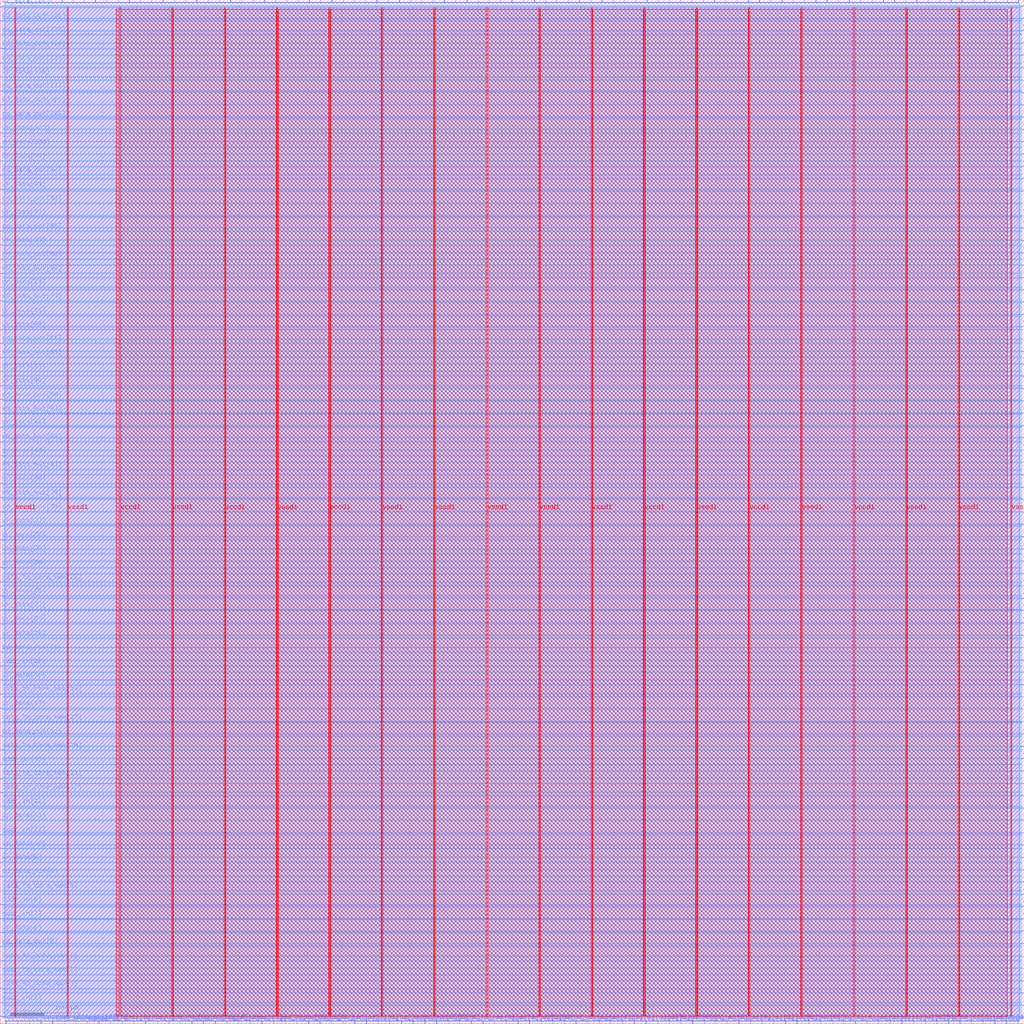
<source format=lef>
VERSION 5.7 ;
  NOWIREEXTENSIONATPIN ON ;
  DIVIDERCHAR "/" ;
  BUSBITCHARS "[]" ;
MACRO memory
  CLASS BLOCK ;
  FOREIGN memory ;
  ORIGIN 0.000 0.000 ;
  SIZE 1500.000 BY 1500.000 ;
  PIN addr_in[0]
    DIRECTION INPUT ;
    USE SIGNAL ;
    PORT
      LAYER met3 ;
        RECT 1496.000 8.880 1500.000 9.480 ;
    END
  END addr_in[0]
  PIN addr_in[10]
    DIRECTION INPUT ;
    USE SIGNAL ;
    PORT
      LAYER met2 ;
        RECT 288.050 1496.000 288.330 1500.000 ;
    END
  END addr_in[10]
  PIN addr_in[11]
    DIRECTION INPUT ;
    USE SIGNAL ;
    PORT
      LAYER met3 ;
        RECT 0.000 276.800 4.000 277.400 ;
    END
  END addr_in[11]
  PIN addr_in[12]
    DIRECTION INPUT ;
    USE SIGNAL ;
    PORT
      LAYER met3 ;
        RECT 0.000 318.280 4.000 318.880 ;
    END
  END addr_in[12]
  PIN addr_in[13]
    DIRECTION INPUT ;
    USE SIGNAL ;
    PORT
      LAYER met2 ;
        RECT 297.710 0.000 297.990 4.000 ;
    END
  END addr_in[13]
  PIN addr_in[14]
    DIRECTION INPUT ;
    USE SIGNAL ;
    PORT
      LAYER met3 ;
        RECT 1496.000 333.920 1500.000 334.520 ;
    END
  END addr_in[14]
  PIN addr_in[15]
    DIRECTION INPUT ;
    USE SIGNAL ;
    PORT
      LAYER met3 ;
        RECT 0.000 379.480 4.000 380.080 ;
    END
  END addr_in[15]
  PIN addr_in[16]
    DIRECTION INPUT ;
    USE SIGNAL ;
    PORT
      LAYER met2 ;
        RECT 383.270 0.000 383.550 4.000 ;
    END
  END addr_in[16]
  PIN addr_in[17]
    DIRECTION INPUT ;
    USE SIGNAL ;
    PORT
      LAYER met2 ;
        RECT 434.330 0.000 434.610 4.000 ;
    END
  END addr_in[17]
  PIN addr_in[18]
    DIRECTION INPUT ;
    USE SIGNAL ;
    PORT
      LAYER met3 ;
        RECT 1496.000 424.360 1500.000 424.960 ;
    END
  END addr_in[18]
  PIN addr_in[19]
    DIRECTION INPUT ;
    USE SIGNAL ;
    PORT
      LAYER met3 ;
        RECT 0.000 523.640 4.000 524.240 ;
    END
  END addr_in[19]
  PIN addr_in[1]
    DIRECTION INPUT ;
    USE SIGNAL ;
    PORT
      LAYER met3 ;
        RECT 0.000 30.640 4.000 31.240 ;
    END
  END addr_in[1]
  PIN addr_in[2]
    DIRECTION INPUT ;
    USE SIGNAL ;
    PORT
      LAYER met2 ;
        RECT 110.490 0.000 110.770 4.000 ;
    END
  END addr_in[2]
  PIN addr_in[3]
    DIRECTION INPUT ;
    USE SIGNAL ;
    PORT
      LAYER met3 ;
        RECT 1496.000 80.960 1500.000 81.560 ;
    END
  END addr_in[3]
  PIN addr_in[4]
    DIRECTION INPUT ;
    USE SIGNAL ;
    PORT
      LAYER met2 ;
        RECT 127.510 0.000 127.790 4.000 ;
    END
  END addr_in[4]
  PIN addr_in[5]
    DIRECTION INPUT ;
    USE SIGNAL ;
    PORT
      LAYER met3 ;
        RECT 1496.000 135.360 1500.000 135.960 ;
    END
  END addr_in[5]
  PIN addr_in[6]
    DIRECTION INPUT ;
    USE SIGNAL ;
    PORT
      LAYER met2 ;
        RECT 161.550 0.000 161.830 4.000 ;
    END
  END addr_in[6]
  PIN addr_in[7]
    DIRECTION INPUT ;
    USE SIGNAL ;
    PORT
      LAYER met3 ;
        RECT 0.000 153.720 4.000 154.320 ;
    END
  END addr_in[7]
  PIN addr_in[8]
    DIRECTION INPUT ;
    USE SIGNAL ;
    PORT
      LAYER met3 ;
        RECT 0.000 174.120 4.000 174.720 ;
    END
  END addr_in[8]
  PIN addr_in[9]
    DIRECTION INPUT ;
    USE SIGNAL ;
    PORT
      LAYER met3 ;
        RECT 1496.000 261.840 1500.000 262.440 ;
    END
  END addr_in[9]
  PIN addr_to_core_mem[0]
    DIRECTION INPUT ;
    USE SIGNAL ;
    PORT
      LAYER met3 ;
        RECT 1496.000 26.560 1500.000 27.160 ;
    END
  END addr_to_core_mem[0]
  PIN addr_to_core_mem[10]
    DIRECTION INPUT ;
    USE SIGNAL ;
    PORT
      LAYER met2 ;
        RECT 304.610 1496.000 304.890 1500.000 ;
    END
  END addr_to_core_mem[10]
  PIN addr_to_core_mem[11]
    DIRECTION INPUT ;
    USE SIGNAL ;
    PORT
      LAYER met2 ;
        RECT 212.610 0.000 212.890 4.000 ;
    END
  END addr_to_core_mem[11]
  PIN addr_to_core_mem[12]
    DIRECTION INPUT ;
    USE SIGNAL ;
    PORT
      LAYER met2 ;
        RECT 246.650 0.000 246.930 4.000 ;
    END
  END addr_to_core_mem[12]
  PIN addr_to_core_mem[13]
    DIRECTION INPUT ;
    USE SIGNAL ;
    PORT
      LAYER met2 ;
        RECT 315.190 0.000 315.470 4.000 ;
    END
  END addr_to_core_mem[13]
  PIN addr_to_core_mem[14]
    DIRECTION INPUT ;
    USE SIGNAL ;
    PORT
      LAYER met3 ;
        RECT 1496.000 351.600 1500.000 352.200 ;
    END
  END addr_to_core_mem[14]
  PIN addr_to_core_mem[15]
    DIRECTION INPUT ;
    USE SIGNAL ;
    PORT
      LAYER met2 ;
        RECT 366.250 0.000 366.530 4.000 ;
    END
  END addr_to_core_mem[15]
  PIN addr_to_core_mem[16]
    DIRECTION INPUT ;
    USE SIGNAL ;
    PORT
      LAYER met2 ;
        RECT 400.290 0.000 400.570 4.000 ;
    END
  END addr_to_core_mem[16]
  PIN addr_to_core_mem[17]
    DIRECTION INPUT ;
    USE SIGNAL ;
    PORT
      LAYER met3 ;
        RECT 1496.000 406.000 1500.000 406.600 ;
    END
  END addr_to_core_mem[17]
  PIN addr_to_core_mem[18]
    DIRECTION INPUT ;
    USE SIGNAL ;
    PORT
      LAYER met3 ;
        RECT 1496.000 442.040 1500.000 442.640 ;
    END
  END addr_to_core_mem[18]
  PIN addr_to_core_mem[19]
    DIRECTION INPUT ;
    USE SIGNAL ;
    PORT
      LAYER met2 ;
        RECT 485.390 0.000 485.670 4.000 ;
    END
  END addr_to_core_mem[19]
  PIN addr_to_core_mem[1]
    DIRECTION INPUT ;
    USE SIGNAL ;
    PORT
      LAYER met2 ;
        RECT 76.450 0.000 76.730 4.000 ;
    END
  END addr_to_core_mem[1]
  PIN addr_to_core_mem[2]
    DIRECTION INPUT ;
    USE SIGNAL ;
    PORT
      LAYER met3 ;
        RECT 0.000 71.440 4.000 72.040 ;
    END
  END addr_to_core_mem[2]
  PIN addr_to_core_mem[3]
    DIRECTION INPUT ;
    USE SIGNAL ;
    PORT
      LAYER met2 ;
        RECT 106.810 1496.000 107.090 1500.000 ;
    END
  END addr_to_core_mem[3]
  PIN addr_to_core_mem[4]
    DIRECTION INPUT ;
    USE SIGNAL ;
    PORT
      LAYER met3 ;
        RECT 1496.000 117.000 1500.000 117.600 ;
    END
  END addr_to_core_mem[4]
  PIN addr_to_core_mem[5]
    DIRECTION INPUT ;
    USE SIGNAL ;
    PORT
      LAYER met2 ;
        RECT 189.150 1496.000 189.430 1500.000 ;
    END
  END addr_to_core_mem[5]
  PIN addr_to_core_mem[6]
    DIRECTION INPUT ;
    USE SIGNAL ;
    PORT
      LAYER met2 ;
        RECT 178.570 0.000 178.850 4.000 ;
    END
  END addr_to_core_mem[6]
  PIN addr_to_core_mem[7]
    DIRECTION INPUT ;
    USE SIGNAL ;
    PORT
      LAYER met3 ;
        RECT 1496.000 189.080 1500.000 189.680 ;
    END
  END addr_to_core_mem[7]
  PIN addr_to_core_mem[8]
    DIRECTION INPUT ;
    USE SIGNAL ;
    PORT
      LAYER met2 ;
        RECT 195.590 0.000 195.870 4.000 ;
    END
  END addr_to_core_mem[8]
  PIN addr_to_core_mem[9]
    DIRECTION INPUT ;
    USE SIGNAL ;
    PORT
      LAYER met3 ;
        RECT 1496.000 279.520 1500.000 280.120 ;
    END
  END addr_to_core_mem[9]
  PIN clk
    DIRECTION INPUT ;
    USE SIGNAL ;
    PORT
      LAYER met2 ;
        RECT 8.370 0.000 8.650 4.000 ;
    END
  END clk
  PIN data_to_core_mem[0]
    DIRECTION INPUT ;
    USE SIGNAL ;
    PORT
      LAYER met2 ;
        RECT 59.430 0.000 59.710 4.000 ;
    END
  END data_to_core_mem[0]
  PIN data_to_core_mem[10]
    DIRECTION INPUT ;
    USE SIGNAL ;
    PORT
      LAYER met3 ;
        RECT 1496.000 297.880 1500.000 298.480 ;
    END
  END data_to_core_mem[10]
  PIN data_to_core_mem[11]
    DIRECTION INPUT ;
    USE SIGNAL ;
    PORT
      LAYER met2 ;
        RECT 229.630 0.000 229.910 4.000 ;
    END
  END data_to_core_mem[11]
  PIN data_to_core_mem[12]
    DIRECTION INPUT ;
    USE SIGNAL ;
    PORT
      LAYER met2 ;
        RECT 263.670 0.000 263.950 4.000 ;
    END
  END data_to_core_mem[12]
  PIN data_to_core_mem[13]
    DIRECTION INPUT ;
    USE SIGNAL ;
    PORT
      LAYER met3 ;
        RECT 0.000 338.680 4.000 339.280 ;
    END
  END data_to_core_mem[13]
  PIN data_to_core_mem[14]
    DIRECTION INPUT ;
    USE SIGNAL ;
    PORT
      LAYER met3 ;
        RECT 0.000 359.080 4.000 359.680 ;
    END
  END data_to_core_mem[14]
  PIN data_to_core_mem[15]
    DIRECTION INPUT ;
    USE SIGNAL ;
    PORT
      LAYER met2 ;
        RECT 353.830 1496.000 354.110 1500.000 ;
    END
  END data_to_core_mem[15]
  PIN data_to_core_mem[16]
    DIRECTION INPUT ;
    USE SIGNAL ;
    PORT
      LAYER met3 ;
        RECT 0.000 400.560 4.000 401.160 ;
    END
  END data_to_core_mem[16]
  PIN data_to_core_mem[17]
    DIRECTION INPUT ;
    USE SIGNAL ;
    PORT
      LAYER met3 ;
        RECT 0.000 441.360 4.000 441.960 ;
    END
  END data_to_core_mem[17]
  PIN data_to_core_mem[18]
    DIRECTION INPUT ;
    USE SIGNAL ;
    PORT
      LAYER met3 ;
        RECT 0.000 482.840 4.000 483.440 ;
    END
  END data_to_core_mem[18]
  PIN data_to_core_mem[19]
    DIRECTION INPUT ;
    USE SIGNAL ;
    PORT
      LAYER met3 ;
        RECT 1496.000 460.400 1500.000 461.000 ;
    END
  END data_to_core_mem[19]
  PIN data_to_core_mem[1]
    DIRECTION INPUT ;
    USE SIGNAL ;
    PORT
      LAYER met3 ;
        RECT 0.000 51.040 4.000 51.640 ;
    END
  END data_to_core_mem[1]
  PIN data_to_core_mem[20]
    DIRECTION INPUT ;
    USE SIGNAL ;
    PORT
      LAYER met2 ;
        RECT 403.510 1496.000 403.790 1500.000 ;
    END
  END data_to_core_mem[20]
  PIN data_to_core_mem[21]
    DIRECTION INPUT ;
    USE SIGNAL ;
    PORT
      LAYER met3 ;
        RECT 1496.000 496.440 1500.000 497.040 ;
    END
  END data_to_core_mem[21]
  PIN data_to_core_mem[22]
    DIRECTION INPUT ;
    USE SIGNAL ;
    PORT
      LAYER met3 ;
        RECT 1496.000 514.800 1500.000 515.400 ;
    END
  END data_to_core_mem[22]
  PIN data_to_core_mem[23]
    DIRECTION INPUT ;
    USE SIGNAL ;
    PORT
      LAYER met2 ;
        RECT 436.170 1496.000 436.450 1500.000 ;
    END
  END data_to_core_mem[23]
  PIN data_to_core_mem[24]
    DIRECTION INPUT ;
    USE SIGNAL ;
    PORT
      LAYER met2 ;
        RECT 452.730 1496.000 453.010 1500.000 ;
    END
  END data_to_core_mem[24]
  PIN data_to_core_mem[25]
    DIRECTION INPUT ;
    USE SIGNAL ;
    PORT
      LAYER met3 ;
        RECT 1496.000 586.880 1500.000 587.480 ;
    END
  END data_to_core_mem[25]
  PIN data_to_core_mem[26]
    DIRECTION INPUT ;
    USE SIGNAL ;
    PORT
      LAYER met2 ;
        RECT 570.490 0.000 570.770 4.000 ;
    END
  END data_to_core_mem[26]
  PIN data_to_core_mem[27]
    DIRECTION INPUT ;
    USE SIGNAL ;
    PORT
      LAYER met3 ;
        RECT 1496.000 622.920 1500.000 623.520 ;
    END
  END data_to_core_mem[27]
  PIN data_to_core_mem[28]
    DIRECTION INPUT ;
    USE SIGNAL ;
    PORT
      LAYER met3 ;
        RECT 0.000 646.720 4.000 647.320 ;
    END
  END data_to_core_mem[28]
  PIN data_to_core_mem[29]
    DIRECTION INPUT ;
    USE SIGNAL ;
    PORT
      LAYER met3 ;
        RECT 1496.000 695.000 1500.000 695.600 ;
    END
  END data_to_core_mem[29]
  PIN data_to_core_mem[2]
    DIRECTION INPUT ;
    USE SIGNAL ;
    PORT
      LAYER met3 ;
        RECT 0.000 91.840 4.000 92.440 ;
    END
  END data_to_core_mem[2]
  PIN data_to_core_mem[30]
    DIRECTION INPUT ;
    USE SIGNAL ;
    PORT
      LAYER met3 ;
        RECT 1496.000 713.360 1500.000 713.960 ;
    END
  END data_to_core_mem[30]
  PIN data_to_core_mem[31]
    DIRECTION INPUT ;
    USE SIGNAL ;
    PORT
      LAYER met3 ;
        RECT 1496.000 731.720 1500.000 732.320 ;
    END
  END data_to_core_mem[31]
  PIN data_to_core_mem[3]
    DIRECTION INPUT ;
    USE SIGNAL ;
    PORT
      LAYER met2 ;
        RECT 122.910 1496.000 123.190 1500.000 ;
    END
  END data_to_core_mem[3]
  PIN data_to_core_mem[4]
    DIRECTION INPUT ;
    USE SIGNAL ;
    PORT
      LAYER met2 ;
        RECT 144.530 0.000 144.810 4.000 ;
    END
  END data_to_core_mem[4]
  PIN data_to_core_mem[5]
    DIRECTION INPUT ;
    USE SIGNAL ;
    PORT
      LAYER met2 ;
        RECT 205.710 1496.000 205.990 1500.000 ;
    END
  END data_to_core_mem[5]
  PIN data_to_core_mem[6]
    DIRECTION INPUT ;
    USE SIGNAL ;
    PORT
      LAYER met3 ;
        RECT 1496.000 171.400 1500.000 172.000 ;
    END
  END data_to_core_mem[6]
  PIN data_to_core_mem[7]
    DIRECTION INPUT ;
    USE SIGNAL ;
    PORT
      LAYER met3 ;
        RECT 1496.000 207.440 1500.000 208.040 ;
    END
  END data_to_core_mem[7]
  PIN data_to_core_mem[8]
    DIRECTION INPUT ;
    USE SIGNAL ;
    PORT
      LAYER met2 ;
        RECT 254.930 1496.000 255.210 1500.000 ;
    END
  END data_to_core_mem[8]
  PIN data_to_core_mem[9]
    DIRECTION INPUT ;
    USE SIGNAL ;
    PORT
      LAYER met3 ;
        RECT 0.000 194.520 4.000 195.120 ;
    END
  END data_to_core_mem[9]
  PIN is_loading_memory_into_core
    DIRECTION INPUT ;
    USE SIGNAL ;
    PORT
      LAYER met2 ;
        RECT 42.410 0.000 42.690 4.000 ;
    END
  END is_loading_memory_into_core
  PIN rd_data_out[0]
    DIRECTION OUTPUT TRISTATE ;
    USE SIGNAL ;
    PORT
      LAYER met2 ;
        RECT 73.690 1496.000 73.970 1500.000 ;
    END
  END rd_data_out[0]
  PIN rd_data_out[100]
    DIRECTION OUTPUT TRISTATE ;
    USE SIGNAL ;
    PORT
      LAYER met2 ;
        RECT 1243.930 1496.000 1244.210 1500.000 ;
    END
  END rd_data_out[100]
  PIN rd_data_out[101]
    DIRECTION OUTPUT TRISTATE ;
    USE SIGNAL ;
    PORT
      LAYER met3 ;
        RECT 1496.000 1292.040 1500.000 1292.640 ;
    END
  END rd_data_out[101]
  PIN rd_data_out[102]
    DIRECTION OUTPUT TRISTATE ;
    USE SIGNAL ;
    PORT
      LAYER met2 ;
        RECT 1218.630 0.000 1218.910 4.000 ;
    END
  END rd_data_out[102]
  PIN rd_data_out[103]
    DIRECTION OUTPUT TRISTATE ;
    USE SIGNAL ;
    PORT
      LAYER met3 ;
        RECT 0.000 1325.360 4.000 1325.960 ;
    END
  END rd_data_out[103]
  PIN rd_data_out[104]
    DIRECTION OUTPUT TRISTATE ;
    USE SIGNAL ;
    PORT
      LAYER met2 ;
        RECT 1235.650 0.000 1235.930 4.000 ;
    END
  END rd_data_out[104]
  PIN rd_data_out[105]
    DIRECTION OUTPUT TRISTATE ;
    USE SIGNAL ;
    PORT
      LAYER met3 ;
        RECT 0.000 1345.760 4.000 1346.360 ;
    END
  END rd_data_out[105]
  PIN rd_data_out[106]
    DIRECTION OUTPUT TRISTATE ;
    USE SIGNAL ;
    PORT
      LAYER met2 ;
        RECT 1293.610 1496.000 1293.890 1500.000 ;
    END
  END rd_data_out[106]
  PIN rd_data_out[107]
    DIRECTION OUTPUT TRISTATE ;
    USE SIGNAL ;
    PORT
      LAYER met2 ;
        RECT 1309.710 1496.000 1309.990 1500.000 ;
    END
  END rd_data_out[107]
  PIN rd_data_out[108]
    DIRECTION OUTPUT TRISTATE ;
    USE SIGNAL ;
    PORT
      LAYER met3 ;
        RECT 1496.000 1345.760 1500.000 1346.360 ;
    END
  END rd_data_out[108]
  PIN rd_data_out[109]
    DIRECTION OUTPUT TRISTATE ;
    USE SIGNAL ;
    PORT
      LAYER met2 ;
        RECT 1342.830 1496.000 1343.110 1500.000 ;
    END
  END rd_data_out[109]
  PIN rd_data_out[10]
    DIRECTION OUTPUT TRISTATE ;
    USE SIGNAL ;
    PORT
      LAYER met3 ;
        RECT 1496.000 315.560 1500.000 316.160 ;
    END
  END rd_data_out[10]
  PIN rd_data_out[110]
    DIRECTION OUTPUT TRISTATE ;
    USE SIGNAL ;
    PORT
      LAYER met3 ;
        RECT 1496.000 1381.800 1500.000 1382.400 ;
    END
  END rd_data_out[110]
  PIN rd_data_out[111]
    DIRECTION OUTPUT TRISTATE ;
    USE SIGNAL ;
    PORT
      LAYER met3 ;
        RECT 0.000 1366.160 4.000 1366.760 ;
    END
  END rd_data_out[111]
  PIN rd_data_out[112]
    DIRECTION OUTPUT TRISTATE ;
    USE SIGNAL ;
    PORT
      LAYER met2 ;
        RECT 1303.730 0.000 1304.010 4.000 ;
    END
  END rd_data_out[112]
  PIN rd_data_out[113]
    DIRECTION OUTPUT TRISTATE ;
    USE SIGNAL ;
    PORT
      LAYER met2 ;
        RECT 1375.950 1496.000 1376.230 1500.000 ;
    END
  END rd_data_out[113]
  PIN rd_data_out[114]
    DIRECTION OUTPUT TRISTATE ;
    USE SIGNAL ;
    PORT
      LAYER met2 ;
        RECT 1392.510 1496.000 1392.790 1500.000 ;
    END
  END rd_data_out[114]
  PIN rd_data_out[115]
    DIRECTION OUTPUT TRISTATE ;
    USE SIGNAL ;
    PORT
      LAYER met2 ;
        RECT 1425.170 1496.000 1425.450 1500.000 ;
    END
  END rd_data_out[115]
  PIN rd_data_out[116]
    DIRECTION OUTPUT TRISTATE ;
    USE SIGNAL ;
    PORT
      LAYER met2 ;
        RECT 1354.790 0.000 1355.070 4.000 ;
    END
  END rd_data_out[116]
  PIN rd_data_out[117]
    DIRECTION OUTPUT TRISTATE ;
    USE SIGNAL ;
    PORT
      LAYER met2 ;
        RECT 1458.290 1496.000 1458.570 1500.000 ;
    END
  END rd_data_out[117]
  PIN rd_data_out[118]
    DIRECTION OUTPUT TRISTATE ;
    USE SIGNAL ;
    PORT
      LAYER met2 ;
        RECT 1388.830 0.000 1389.110 4.000 ;
    END
  END rd_data_out[118]
  PIN rd_data_out[119]
    DIRECTION OUTPUT TRISTATE ;
    USE SIGNAL ;
    PORT
      LAYER met3 ;
        RECT 1496.000 1418.520 1500.000 1419.120 ;
    END
  END rd_data_out[119]
  PIN rd_data_out[11]
    DIRECTION OUTPUT TRISTATE ;
    USE SIGNAL ;
    PORT
      LAYER met2 ;
        RECT 320.710 1496.000 320.990 1500.000 ;
    END
  END rd_data_out[11]
  PIN rd_data_out[120]
    DIRECTION OUTPUT TRISTATE ;
    USE SIGNAL ;
    PORT
      LAYER met3 ;
        RECT 1496.000 1436.200 1500.000 1436.800 ;
    END
  END rd_data_out[120]
  PIN rd_data_out[121]
    DIRECTION OUTPUT TRISTATE ;
    USE SIGNAL ;
    PORT
      LAYER met2 ;
        RECT 1439.890 0.000 1440.170 4.000 ;
    END
  END rd_data_out[121]
  PIN rd_data_out[122]
    DIRECTION OUTPUT TRISTATE ;
    USE SIGNAL ;
    PORT
      LAYER met2 ;
        RECT 1474.850 1496.000 1475.130 1500.000 ;
    END
  END rd_data_out[122]
  PIN rd_data_out[123]
    DIRECTION OUTPUT TRISTATE ;
    USE SIGNAL ;
    PORT
      LAYER met3 ;
        RECT 0.000 1406.960 4.000 1407.560 ;
    END
  END rd_data_out[123]
  PIN rd_data_out[124]
    DIRECTION OUTPUT TRISTATE ;
    USE SIGNAL ;
    PORT
      LAYER met3 ;
        RECT 0.000 1428.040 4.000 1428.640 ;
    END
  END rd_data_out[124]
  PIN rd_data_out[125]
    DIRECTION OUTPUT TRISTATE ;
    USE SIGNAL ;
    PORT
      LAYER met3 ;
        RECT 0.000 1448.440 4.000 1449.040 ;
    END
  END rd_data_out[125]
  PIN rd_data_out[126]
    DIRECTION OUTPUT TRISTATE ;
    USE SIGNAL ;
    PORT
      LAYER met3 ;
        RECT 0.000 1468.840 4.000 1469.440 ;
    END
  END rd_data_out[126]
  PIN rd_data_out[127]
    DIRECTION OUTPUT TRISTATE ;
    USE SIGNAL ;
    PORT
      LAYER met3 ;
        RECT 1496.000 1472.240 1500.000 1472.840 ;
    END
  END rd_data_out[127]
  PIN rd_data_out[12]
    DIRECTION OUTPUT TRISTATE ;
    USE SIGNAL ;
    PORT
      LAYER met2 ;
        RECT 280.690 0.000 280.970 4.000 ;
    END
  END rd_data_out[12]
  PIN rd_data_out[13]
    DIRECTION OUTPUT TRISTATE ;
    USE SIGNAL ;
    PORT
      LAYER met2 ;
        RECT 332.210 0.000 332.490 4.000 ;
    END
  END rd_data_out[13]
  PIN rd_data_out[14]
    DIRECTION OUTPUT TRISTATE ;
    USE SIGNAL ;
    PORT
      LAYER met3 ;
        RECT 1496.000 369.960 1500.000 370.560 ;
    END
  END rd_data_out[14]
  PIN rd_data_out[15]
    DIRECTION OUTPUT TRISTATE ;
    USE SIGNAL ;
    PORT
      LAYER met2 ;
        RECT 370.390 1496.000 370.670 1500.000 ;
    END
  END rd_data_out[15]
  PIN rd_data_out[16]
    DIRECTION OUTPUT TRISTATE ;
    USE SIGNAL ;
    PORT
      LAYER met3 ;
        RECT 0.000 420.960 4.000 421.560 ;
    END
  END rd_data_out[16]
  PIN rd_data_out[17]
    DIRECTION OUTPUT TRISTATE ;
    USE SIGNAL ;
    PORT
      LAYER met2 ;
        RECT 451.350 0.000 451.630 4.000 ;
    END
  END rd_data_out[17]
  PIN rd_data_out[18]
    DIRECTION OUTPUT TRISTATE ;
    USE SIGNAL ;
    PORT
      LAYER met2 ;
        RECT 468.370 0.000 468.650 4.000 ;
    END
  END rd_data_out[18]
  PIN rd_data_out[19]
    DIRECTION OUTPUT TRISTATE ;
    USE SIGNAL ;
    PORT
      LAYER met3 ;
        RECT 0.000 544.040 4.000 544.640 ;
    END
  END rd_data_out[19]
  PIN rd_data_out[1]
    DIRECTION OUTPUT TRISTATE ;
    USE SIGNAL ;
    PORT
      LAYER met3 ;
        RECT 1496.000 44.920 1500.000 45.520 ;
    END
  END rd_data_out[1]
  PIN rd_data_out[20]
    DIRECTION OUTPUT TRISTATE ;
    USE SIGNAL ;
    PORT
      LAYER met3 ;
        RECT 1496.000 478.760 1500.000 479.360 ;
    END
  END rd_data_out[20]
  PIN rd_data_out[21]
    DIRECTION OUTPUT TRISTATE ;
    USE SIGNAL ;
    PORT
      LAYER met2 ;
        RECT 419.610 1496.000 419.890 1500.000 ;
    END
  END rd_data_out[21]
  PIN rd_data_out[22]
    DIRECTION OUTPUT TRISTATE ;
    USE SIGNAL ;
    PORT
      LAYER met3 ;
        RECT 1496.000 532.480 1500.000 533.080 ;
    END
  END rd_data_out[22]
  PIN rd_data_out[23]
    DIRECTION OUTPUT TRISTATE ;
    USE SIGNAL ;
    PORT
      LAYER met3 ;
        RECT 1496.000 550.840 1500.000 551.440 ;
    END
  END rd_data_out[23]
  PIN rd_data_out[24]
    DIRECTION OUTPUT TRISTATE ;
    USE SIGNAL ;
    PORT
      LAYER met2 ;
        RECT 536.450 0.000 536.730 4.000 ;
    END
  END rd_data_out[24]
  PIN rd_data_out[25]
    DIRECTION OUTPUT TRISTATE ;
    USE SIGNAL ;
    PORT
      LAYER met2 ;
        RECT 553.470 0.000 553.750 4.000 ;
    END
  END rd_data_out[25]
  PIN rd_data_out[26]
    DIRECTION OUTPUT TRISTATE ;
    USE SIGNAL ;
    PORT
      LAYER met2 ;
        RECT 587.510 0.000 587.790 4.000 ;
    END
  END rd_data_out[26]
  PIN rd_data_out[27]
    DIRECTION OUTPUT TRISTATE ;
    USE SIGNAL ;
    PORT
      LAYER met2 ;
        RECT 469.290 1496.000 469.570 1500.000 ;
    END
  END rd_data_out[27]
  PIN rd_data_out[28]
    DIRECTION OUTPUT TRISTATE ;
    USE SIGNAL ;
    PORT
      LAYER met3 ;
        RECT 1496.000 658.960 1500.000 659.560 ;
    END
  END rd_data_out[28]
  PIN rd_data_out[29]
    DIRECTION OUTPUT TRISTATE ;
    USE SIGNAL ;
    PORT
      LAYER met2 ;
        RECT 485.850 1496.000 486.130 1500.000 ;
    END
  END rd_data_out[29]
  PIN rd_data_out[2]
    DIRECTION OUTPUT TRISTATE ;
    USE SIGNAL ;
    PORT
      LAYER met2 ;
        RECT 90.250 1496.000 90.530 1500.000 ;
    END
  END rd_data_out[2]
  PIN rd_data_out[30]
    DIRECTION OUTPUT TRISTATE ;
    USE SIGNAL ;
    PORT
      LAYER met2 ;
        RECT 502.410 1496.000 502.690 1500.000 ;
    END
  END rd_data_out[30]
  PIN rd_data_out[31]
    DIRECTION OUTPUT TRISTATE ;
    USE SIGNAL ;
    PORT
      LAYER met3 ;
        RECT 1496.000 749.400 1500.000 750.000 ;
    END
  END rd_data_out[31]
  PIN rd_data_out[32]
    DIRECTION OUTPUT TRISTATE ;
    USE SIGNAL ;
    PORT
      LAYER met2 ;
        RECT 535.070 1496.000 535.350 1500.000 ;
    END
  END rd_data_out[32]
  PIN rd_data_out[33]
    DIRECTION OUTPUT TRISTATE ;
    USE SIGNAL ;
    PORT
      LAYER met2 ;
        RECT 551.630 1496.000 551.910 1500.000 ;
    END
  END rd_data_out[33]
  PIN rd_data_out[34]
    DIRECTION OUTPUT TRISTATE ;
    USE SIGNAL ;
    PORT
      LAYER met3 ;
        RECT 1496.000 767.760 1500.000 768.360 ;
    END
  END rd_data_out[34]
  PIN rd_data_out[35]
    DIRECTION OUTPUT TRISTATE ;
    USE SIGNAL ;
    PORT
      LAYER met3 ;
        RECT 0.000 749.400 4.000 750.000 ;
    END
  END rd_data_out[35]
  PIN rd_data_out[36]
    DIRECTION OUTPUT TRISTATE ;
    USE SIGNAL ;
    PORT
      LAYER met3 ;
        RECT 0.000 770.480 4.000 771.080 ;
    END
  END rd_data_out[36]
  PIN rd_data_out[37]
    DIRECTION OUTPUT TRISTATE ;
    USE SIGNAL ;
    PORT
      LAYER met2 ;
        RECT 584.750 1496.000 585.030 1500.000 ;
    END
  END rd_data_out[37]
  PIN rd_data_out[38]
    DIRECTION OUTPUT TRISTATE ;
    USE SIGNAL ;
    PORT
      LAYER met2 ;
        RECT 601.310 1496.000 601.590 1500.000 ;
    END
  END rd_data_out[38]
  PIN rd_data_out[39]
    DIRECTION OUTPUT TRISTATE ;
    USE SIGNAL ;
    PORT
      LAYER met2 ;
        RECT 617.410 1496.000 617.690 1500.000 ;
    END
  END rd_data_out[39]
  PIN rd_data_out[3]
    DIRECTION OUTPUT TRISTATE ;
    USE SIGNAL ;
    PORT
      LAYER met3 ;
        RECT 1496.000 98.640 1500.000 99.240 ;
    END
  END rd_data_out[3]
  PIN rd_data_out[40]
    DIRECTION OUTPUT TRISTATE ;
    USE SIGNAL ;
    PORT
      LAYER met3 ;
        RECT 1496.000 785.440 1500.000 786.040 ;
    END
  END rd_data_out[40]
  PIN rd_data_out[41]
    DIRECTION OUTPUT TRISTATE ;
    USE SIGNAL ;
    PORT
      LAYER met3 ;
        RECT 1496.000 803.800 1500.000 804.400 ;
    END
  END rd_data_out[41]
  PIN rd_data_out[42]
    DIRECTION OUTPUT TRISTATE ;
    USE SIGNAL ;
    PORT
      LAYER met3 ;
        RECT 0.000 811.280 4.000 811.880 ;
    END
  END rd_data_out[42]
  PIN rd_data_out[43]
    DIRECTION OUTPUT TRISTATE ;
    USE SIGNAL ;
    PORT
      LAYER met3 ;
        RECT 1496.000 822.160 1500.000 822.760 ;
    END
  END rd_data_out[43]
  PIN rd_data_out[44]
    DIRECTION OUTPUT TRISTATE ;
    USE SIGNAL ;
    PORT
      LAYER met3 ;
        RECT 0.000 852.080 4.000 852.680 ;
    END
  END rd_data_out[44]
  PIN rd_data_out[45]
    DIRECTION OUTPUT TRISTATE ;
    USE SIGNAL ;
    PORT
      LAYER met2 ;
        RECT 673.070 0.000 673.350 4.000 ;
    END
  END rd_data_out[45]
  PIN rd_data_out[46]
    DIRECTION OUTPUT TRISTATE ;
    USE SIGNAL ;
    PORT
      LAYER met3 ;
        RECT 1496.000 858.200 1500.000 858.800 ;
    END
  END rd_data_out[46]
  PIN rd_data_out[47]
    DIRECTION OUTPUT TRISTATE ;
    USE SIGNAL ;
    PORT
      LAYER met2 ;
        RECT 716.310 1496.000 716.590 1500.000 ;
    END
  END rd_data_out[47]
  PIN rd_data_out[48]
    DIRECTION OUTPUT TRISTATE ;
    USE SIGNAL ;
    PORT
      LAYER met3 ;
        RECT 1496.000 875.880 1500.000 876.480 ;
    END
  END rd_data_out[48]
  PIN rd_data_out[49]
    DIRECTION OUTPUT TRISTATE ;
    USE SIGNAL ;
    PORT
      LAYER met2 ;
        RECT 732.870 1496.000 733.150 1500.000 ;
    END
  END rd_data_out[49]
  PIN rd_data_out[4]
    DIRECTION OUTPUT TRISTATE ;
    USE SIGNAL ;
    PORT
      LAYER met2 ;
        RECT 156.030 1496.000 156.310 1500.000 ;
    END
  END rd_data_out[4]
  PIN rd_data_out[50]
    DIRECTION OUTPUT TRISTATE ;
    USE SIGNAL ;
    PORT
      LAYER met2 ;
        RECT 707.110 0.000 707.390 4.000 ;
    END
  END rd_data_out[50]
  PIN rd_data_out[51]
    DIRECTION OUTPUT TRISTATE ;
    USE SIGNAL ;
    PORT
      LAYER met2 ;
        RECT 741.150 0.000 741.430 4.000 ;
    END
  END rd_data_out[51]
  PIN rd_data_out[52]
    DIRECTION OUTPUT TRISTATE ;
    USE SIGNAL ;
    PORT
      LAYER met3 ;
        RECT 0.000 893.560 4.000 894.160 ;
    END
  END rd_data_out[52]
  PIN rd_data_out[53]
    DIRECTION OUTPUT TRISTATE ;
    USE SIGNAL ;
    PORT
      LAYER met3 ;
        RECT 1496.000 911.920 1500.000 912.520 ;
    END
  END rd_data_out[53]
  PIN rd_data_out[54]
    DIRECTION OUTPUT TRISTATE ;
    USE SIGNAL ;
    PORT
      LAYER met3 ;
        RECT 1496.000 930.280 1500.000 930.880 ;
    END
  END rd_data_out[54]
  PIN rd_data_out[55]
    DIRECTION OUTPUT TRISTATE ;
    USE SIGNAL ;
    PORT
      LAYER met2 ;
        RECT 809.230 0.000 809.510 4.000 ;
    END
  END rd_data_out[55]
  PIN rd_data_out[56]
    DIRECTION OUTPUT TRISTATE ;
    USE SIGNAL ;
    PORT
      LAYER met2 ;
        RECT 765.990 1496.000 766.270 1500.000 ;
    END
  END rd_data_out[56]
  PIN rd_data_out[57]
    DIRECTION OUTPUT TRISTATE ;
    USE SIGNAL ;
    PORT
      LAYER met3 ;
        RECT 1496.000 948.640 1500.000 949.240 ;
    END
  END rd_data_out[57]
  PIN rd_data_out[58]
    DIRECTION OUTPUT TRISTATE ;
    USE SIGNAL ;
    PORT
      LAYER met2 ;
        RECT 799.110 1496.000 799.390 1500.000 ;
    END
  END rd_data_out[58]
  PIN rd_data_out[59]
    DIRECTION OUTPUT TRISTATE ;
    USE SIGNAL ;
    PORT
      LAYER met3 ;
        RECT 0.000 913.960 4.000 914.560 ;
    END
  END rd_data_out[59]
  PIN rd_data_out[5]
    DIRECTION OUTPUT TRISTATE ;
    USE SIGNAL ;
    PORT
      LAYER met3 ;
        RECT 0.000 112.920 4.000 113.520 ;
    END
  END rd_data_out[5]
  PIN rd_data_out[60]
    DIRECTION OUTPUT TRISTATE ;
    USE SIGNAL ;
    PORT
      LAYER met3 ;
        RECT 1496.000 984.680 1500.000 985.280 ;
    END
  END rd_data_out[60]
  PIN rd_data_out[61]
    DIRECTION OUTPUT TRISTATE ;
    USE SIGNAL ;
    PORT
      LAYER met2 ;
        RECT 848.330 1496.000 848.610 1500.000 ;
    END
  END rd_data_out[61]
  PIN rd_data_out[62]
    DIRECTION OUTPUT TRISTATE ;
    USE SIGNAL ;
    PORT
      LAYER met2 ;
        RECT 843.270 0.000 843.550 4.000 ;
    END
  END rd_data_out[62]
  PIN rd_data_out[63]
    DIRECTION OUTPUT TRISTATE ;
    USE SIGNAL ;
    PORT
      LAYER met3 ;
        RECT 1496.000 1002.360 1500.000 1002.960 ;
    END
  END rd_data_out[63]
  PIN rd_data_out[64]
    DIRECTION OUTPUT TRISTATE ;
    USE SIGNAL ;
    PORT
      LAYER met2 ;
        RECT 898.010 1496.000 898.290 1500.000 ;
    END
  END rd_data_out[64]
  PIN rd_data_out[65]
    DIRECTION OUTPUT TRISTATE ;
    USE SIGNAL ;
    PORT
      LAYER met3 ;
        RECT 0.000 975.840 4.000 976.440 ;
    END
  END rd_data_out[65]
  PIN rd_data_out[66]
    DIRECTION OUTPUT TRISTATE ;
    USE SIGNAL ;
    PORT
      LAYER met3 ;
        RECT 0.000 996.240 4.000 996.840 ;
    END
  END rd_data_out[66]
  PIN rd_data_out[67]
    DIRECTION OUTPUT TRISTATE ;
    USE SIGNAL ;
    PORT
      LAYER met3 ;
        RECT 1496.000 1038.400 1500.000 1039.000 ;
    END
  END rd_data_out[67]
  PIN rd_data_out[68]
    DIRECTION OUTPUT TRISTATE ;
    USE SIGNAL ;
    PORT
      LAYER met3 ;
        RECT 1496.000 1056.760 1500.000 1057.360 ;
    END
  END rd_data_out[68]
  PIN rd_data_out[69]
    DIRECTION OUTPUT TRISTATE ;
    USE SIGNAL ;
    PORT
      LAYER met2 ;
        RECT 930.670 1496.000 930.950 1500.000 ;
    END
  END rd_data_out[69]
  PIN rd_data_out[6]
    DIRECTION OUTPUT TRISTATE ;
    USE SIGNAL ;
    PORT
      LAYER met2 ;
        RECT 221.810 1496.000 222.090 1500.000 ;
    END
  END rd_data_out[6]
  PIN rd_data_out[70]
    DIRECTION OUTPUT TRISTATE ;
    USE SIGNAL ;
    PORT
      LAYER met2 ;
        RECT 963.790 1496.000 964.070 1500.000 ;
    END
  END rd_data_out[70]
  PIN rd_data_out[71]
    DIRECTION OUTPUT TRISTATE ;
    USE SIGNAL ;
    PORT
      LAYER met3 ;
        RECT 1496.000 1075.120 1500.000 1075.720 ;
    END
  END rd_data_out[71]
  PIN rd_data_out[72]
    DIRECTION OUTPUT TRISTATE ;
    USE SIGNAL ;
    PORT
      LAYER met2 ;
        RECT 911.810 0.000 912.090 4.000 ;
    END
  END rd_data_out[72]
  PIN rd_data_out[73]
    DIRECTION OUTPUT TRISTATE ;
    USE SIGNAL ;
    PORT
      LAYER met2 ;
        RECT 980.350 1496.000 980.630 1500.000 ;
    END
  END rd_data_out[73]
  PIN rd_data_out[74]
    DIRECTION OUTPUT TRISTATE ;
    USE SIGNAL ;
    PORT
      LAYER met2 ;
        RECT 928.830 0.000 929.110 4.000 ;
    END
  END rd_data_out[74]
  PIN rd_data_out[75]
    DIRECTION OUTPUT TRISTATE ;
    USE SIGNAL ;
    PORT
      LAYER met2 ;
        RECT 1013.010 1496.000 1013.290 1500.000 ;
    END
  END rd_data_out[75]
  PIN rd_data_out[76]
    DIRECTION OUTPUT TRISTATE ;
    USE SIGNAL ;
    PORT
      LAYER met2 ;
        RECT 962.870 0.000 963.150 4.000 ;
    END
  END rd_data_out[76]
  PIN rd_data_out[77]
    DIRECTION OUTPUT TRISTATE ;
    USE SIGNAL ;
    PORT
      LAYER met2 ;
        RECT 1046.130 1496.000 1046.410 1500.000 ;
    END
  END rd_data_out[77]
  PIN rd_data_out[78]
    DIRECTION OUTPUT TRISTATE ;
    USE SIGNAL ;
    PORT
      LAYER met2 ;
        RECT 1079.250 1496.000 1079.530 1500.000 ;
    END
  END rd_data_out[78]
  PIN rd_data_out[79]
    DIRECTION OUTPUT TRISTATE ;
    USE SIGNAL ;
    PORT
      LAYER met3 ;
        RECT 0.000 1058.120 4.000 1058.720 ;
    END
  END rd_data_out[79]
  PIN rd_data_out[7]
    DIRECTION OUTPUT TRISTATE ;
    USE SIGNAL ;
    PORT
      LAYER met3 ;
        RECT 1496.000 225.120 1500.000 225.720 ;
    END
  END rd_data_out[7]
  PIN rd_data_out[80]
    DIRECTION OUTPUT TRISTATE ;
    USE SIGNAL ;
    PORT
      LAYER met3 ;
        RECT 0.000 1098.920 4.000 1099.520 ;
    END
  END rd_data_out[80]
  PIN rd_data_out[81]
    DIRECTION OUTPUT TRISTATE ;
    USE SIGNAL ;
    PORT
      LAYER met2 ;
        RECT 1111.910 1496.000 1112.190 1500.000 ;
    END
  END rd_data_out[81]
  PIN rd_data_out[82]
    DIRECTION OUTPUT TRISTATE ;
    USE SIGNAL ;
    PORT
      LAYER met3 ;
        RECT 0.000 1119.320 4.000 1119.920 ;
    END
  END rd_data_out[82]
  PIN rd_data_out[83]
    DIRECTION OUTPUT TRISTATE ;
    USE SIGNAL ;
    PORT
      LAYER met2 ;
        RECT 1013.930 0.000 1014.210 4.000 ;
    END
  END rd_data_out[83]
  PIN rd_data_out[84]
    DIRECTION OUTPUT TRISTATE ;
    USE SIGNAL ;
    PORT
      LAYER met3 ;
        RECT 1496.000 1147.200 1500.000 1147.800 ;
    END
  END rd_data_out[84]
  PIN rd_data_out[85]
    DIRECTION OUTPUT TRISTATE ;
    USE SIGNAL ;
    PORT
      LAYER met3 ;
        RECT 0.000 1160.800 4.000 1161.400 ;
    END
  END rd_data_out[85]
  PIN rd_data_out[86]
    DIRECTION OUTPUT TRISTATE ;
    USE SIGNAL ;
    PORT
      LAYER met2 ;
        RECT 1145.030 1496.000 1145.310 1500.000 ;
    END
  END rd_data_out[86]
  PIN rd_data_out[87]
    DIRECTION OUTPUT TRISTATE ;
    USE SIGNAL ;
    PORT
      LAYER met2 ;
        RECT 1161.590 1496.000 1161.870 1500.000 ;
    END
  END rd_data_out[87]
  PIN rd_data_out[88]
    DIRECTION OUTPUT TRISTATE ;
    USE SIGNAL ;
    PORT
      LAYER met3 ;
        RECT 1496.000 1201.600 1500.000 1202.200 ;
    END
  END rd_data_out[88]
  PIN rd_data_out[89]
    DIRECTION OUTPUT TRISTATE ;
    USE SIGNAL ;
    PORT
      LAYER met2 ;
        RECT 1047.970 0.000 1048.250 4.000 ;
    END
  END rd_data_out[89]
  PIN rd_data_out[8]
    DIRECTION OUTPUT TRISTATE ;
    USE SIGNAL ;
    PORT
      LAYER met3 ;
        RECT 1496.000 243.480 1500.000 244.080 ;
    END
  END rd_data_out[8]
  PIN rd_data_out[90]
    DIRECTION OUTPUT TRISTATE ;
    USE SIGNAL ;
    PORT
      LAYER met2 ;
        RECT 1082.010 0.000 1082.290 4.000 ;
    END
  END rd_data_out[90]
  PIN rd_data_out[91]
    DIRECTION OUTPUT TRISTATE ;
    USE SIGNAL ;
    PORT
      LAYER met2 ;
        RECT 1116.050 0.000 1116.330 4.000 ;
    END
  END rd_data_out[91]
  PIN rd_data_out[92]
    DIRECTION OUTPUT TRISTATE ;
    USE SIGNAL ;
    PORT
      LAYER met3 ;
        RECT 0.000 1201.600 4.000 1202.200 ;
    END
  END rd_data_out[92]
  PIN rd_data_out[93]
    DIRECTION OUTPUT TRISTATE ;
    USE SIGNAL ;
    PORT
      LAYER met2 ;
        RECT 1150.090 0.000 1150.370 4.000 ;
    END
  END rd_data_out[93]
  PIN rd_data_out[94]
    DIRECTION OUTPUT TRISTATE ;
    USE SIGNAL ;
    PORT
      LAYER met2 ;
        RECT 1194.710 1496.000 1194.990 1500.000 ;
    END
  END rd_data_out[94]
  PIN rd_data_out[95]
    DIRECTION OUTPUT TRISTATE ;
    USE SIGNAL ;
    PORT
      LAYER met3 ;
        RECT 1496.000 1219.280 1500.000 1219.880 ;
    END
  END rd_data_out[95]
  PIN rd_data_out[96]
    DIRECTION OUTPUT TRISTATE ;
    USE SIGNAL ;
    PORT
      LAYER met3 ;
        RECT 1496.000 1237.640 1500.000 1238.240 ;
    END
  END rd_data_out[96]
  PIN rd_data_out[97]
    DIRECTION OUTPUT TRISTATE ;
    USE SIGNAL ;
    PORT
      LAYER met3 ;
        RECT 0.000 1243.080 4.000 1243.680 ;
    END
  END rd_data_out[97]
  PIN rd_data_out[98]
    DIRECTION OUTPUT TRISTATE ;
    USE SIGNAL ;
    PORT
      LAYER met3 ;
        RECT 1496.000 1273.680 1500.000 1274.280 ;
    END
  END rd_data_out[98]
  PIN rd_data_out[99]
    DIRECTION OUTPUT TRISTATE ;
    USE SIGNAL ;
    PORT
      LAYER met2 ;
        RECT 1227.370 1496.000 1227.650 1500.000 ;
    END
  END rd_data_out[99]
  PIN rd_data_out[9]
    DIRECTION OUTPUT TRISTATE ;
    USE SIGNAL ;
    PORT
      LAYER met3 ;
        RECT 0.000 215.600 4.000 216.200 ;
    END
  END rd_data_out[9]
  PIN ready
    DIRECTION OUTPUT TRISTATE ;
    USE SIGNAL ;
    PORT
      LAYER met2 ;
        RECT 57.130 1496.000 57.410 1500.000 ;
    END
  END ready
  PIN requested
    DIRECTION INPUT ;
    USE SIGNAL ;
    PORT
      LAYER met2 ;
        RECT 24.010 1496.000 24.290 1500.000 ;
    END
  END requested
  PIN reset
    DIRECTION INPUT ;
    USE SIGNAL ;
    PORT
      LAYER met2 ;
        RECT 25.390 0.000 25.670 4.000 ;
    END
  END reset
  PIN reset_mem_req
    DIRECTION INPUT ;
    USE SIGNAL ;
    PORT
      LAYER met2 ;
        RECT 40.570 1496.000 40.850 1500.000 ;
    END
  END reset_mem_req
  PIN vccd1
    DIRECTION INPUT ;
    USE POWER ;
    PORT
      LAYER met4 ;
        RECT 21.040 10.640 22.640 1488.080 ;
    END
    PORT
      LAYER met4 ;
        RECT 174.640 10.640 176.240 1488.080 ;
    END
    PORT
      LAYER met4 ;
        RECT 328.240 10.640 329.840 1488.080 ;
    END
    PORT
      LAYER met4 ;
        RECT 481.840 10.640 483.440 1488.080 ;
    END
    PORT
      LAYER met4 ;
        RECT 635.440 10.640 637.040 1488.080 ;
    END
    PORT
      LAYER met4 ;
        RECT 789.040 10.640 790.640 1488.080 ;
    END
    PORT
      LAYER met4 ;
        RECT 942.640 10.640 944.240 1488.080 ;
    END
    PORT
      LAYER met4 ;
        RECT 1096.240 10.640 1097.840 1488.080 ;
    END
    PORT
      LAYER met4 ;
        RECT 1249.840 10.640 1251.440 1488.080 ;
    END
    PORT
      LAYER met4 ;
        RECT 1403.440 10.640 1405.040 1488.080 ;
    END
  END vccd1
  PIN vssd1
    DIRECTION INPUT ;
    USE GROUND ;
    PORT
      LAYER met4 ;
        RECT 97.840 10.640 99.440 1488.080 ;
    END
    PORT
      LAYER met4 ;
        RECT 251.440 10.640 253.040 1488.080 ;
    END
    PORT
      LAYER met4 ;
        RECT 405.040 10.640 406.640 1488.080 ;
    END
    PORT
      LAYER met4 ;
        RECT 558.640 10.640 560.240 1488.080 ;
    END
    PORT
      LAYER met4 ;
        RECT 712.240 10.640 713.840 1488.080 ;
    END
    PORT
      LAYER met4 ;
        RECT 865.840 10.640 867.440 1488.080 ;
    END
    PORT
      LAYER met4 ;
        RECT 1019.440 10.640 1021.040 1488.080 ;
    END
    PORT
      LAYER met4 ;
        RECT 1173.040 10.640 1174.640 1488.080 ;
    END
    PORT
      LAYER met4 ;
        RECT 1326.640 10.640 1328.240 1488.080 ;
    END
    PORT
      LAYER met4 ;
        RECT 1480.240 10.640 1481.840 1488.080 ;
    END
  END vssd1
  PIN we
    DIRECTION INPUT ;
    USE SIGNAL ;
    PORT
      LAYER met2 ;
        RECT 7.910 1496.000 8.190 1500.000 ;
    END
  END we
  PIN wr_data[0]
    DIRECTION INPUT ;
    USE SIGNAL ;
    PORT
      LAYER met3 ;
        RECT 0.000 10.240 4.000 10.840 ;
    END
  END wr_data[0]
  PIN wr_data[100]
    DIRECTION INPUT ;
    USE SIGNAL ;
    PORT
      LAYER met3 ;
        RECT 0.000 1283.880 4.000 1284.480 ;
    END
  END wr_data[100]
  PIN wr_data[101]
    DIRECTION INPUT ;
    USE SIGNAL ;
    PORT
      LAYER met2 ;
        RECT 1260.490 1496.000 1260.770 1500.000 ;
    END
  END wr_data[101]
  PIN wr_data[102]
    DIRECTION INPUT ;
    USE SIGNAL ;
    PORT
      LAYER met3 ;
        RECT 0.000 1304.280 4.000 1304.880 ;
    END
  END wr_data[102]
  PIN wr_data[103]
    DIRECTION INPUT ;
    USE SIGNAL ;
    PORT
      LAYER met2 ;
        RECT 1277.050 1496.000 1277.330 1500.000 ;
    END
  END wr_data[103]
  PIN wr_data[104]
    DIRECTION INPUT ;
    USE SIGNAL ;
    PORT
      LAYER met2 ;
        RECT 1252.670 0.000 1252.950 4.000 ;
    END
  END wr_data[104]
  PIN wr_data[105]
    DIRECTION INPUT ;
    USE SIGNAL ;
    PORT
      LAYER met3 ;
        RECT 1496.000 1309.720 1500.000 1310.320 ;
    END
  END wr_data[105]
  PIN wr_data[106]
    DIRECTION INPUT ;
    USE SIGNAL ;
    PORT
      LAYER met2 ;
        RECT 1269.690 0.000 1269.970 4.000 ;
    END
  END wr_data[106]
  PIN wr_data[107]
    DIRECTION INPUT ;
    USE SIGNAL ;
    PORT
      LAYER met3 ;
        RECT 1496.000 1328.080 1500.000 1328.680 ;
    END
  END wr_data[107]
  PIN wr_data[108]
    DIRECTION INPUT ;
    USE SIGNAL ;
    PORT
      LAYER met2 ;
        RECT 1326.270 1496.000 1326.550 1500.000 ;
    END
  END wr_data[108]
  PIN wr_data[109]
    DIRECTION INPUT ;
    USE SIGNAL ;
    PORT
      LAYER met3 ;
        RECT 1496.000 1364.120 1500.000 1364.720 ;
    END
  END wr_data[109]
  PIN wr_data[10]
    DIRECTION INPUT ;
    USE SIGNAL ;
    PORT
      LAYER met3 ;
        RECT 0.000 256.400 4.000 257.000 ;
    END
  END wr_data[10]
  PIN wr_data[110]
    DIRECTION INPUT ;
    USE SIGNAL ;
    PORT
      LAYER met3 ;
        RECT 1496.000 1400.160 1500.000 1400.760 ;
    END
  END wr_data[110]
  PIN wr_data[111]
    DIRECTION INPUT ;
    USE SIGNAL ;
    PORT
      LAYER met2 ;
        RECT 1286.710 0.000 1286.990 4.000 ;
    END
  END wr_data[111]
  PIN wr_data[112]
    DIRECTION INPUT ;
    USE SIGNAL ;
    PORT
      LAYER met2 ;
        RECT 1359.390 1496.000 1359.670 1500.000 ;
    END
  END wr_data[112]
  PIN wr_data[113]
    DIRECTION INPUT ;
    USE SIGNAL ;
    PORT
      LAYER met2 ;
        RECT 1320.750 0.000 1321.030 4.000 ;
    END
  END wr_data[113]
  PIN wr_data[114]
    DIRECTION INPUT ;
    USE SIGNAL ;
    PORT
      LAYER met2 ;
        RECT 1408.610 1496.000 1408.890 1500.000 ;
    END
  END wr_data[114]
  PIN wr_data[115]
    DIRECTION INPUT ;
    USE SIGNAL ;
    PORT
      LAYER met2 ;
        RECT 1337.770 0.000 1338.050 4.000 ;
    END
  END wr_data[115]
  PIN wr_data[116]
    DIRECTION INPUT ;
    USE SIGNAL ;
    PORT
      LAYER met2 ;
        RECT 1441.730 1496.000 1442.010 1500.000 ;
    END
  END wr_data[116]
  PIN wr_data[117]
    DIRECTION INPUT ;
    USE SIGNAL ;
    PORT
      LAYER met2 ;
        RECT 1371.810 0.000 1372.090 4.000 ;
    END
  END wr_data[117]
  PIN wr_data[118]
    DIRECTION INPUT ;
    USE SIGNAL ;
    PORT
      LAYER met3 ;
        RECT 0.000 1386.560 4.000 1387.160 ;
    END
  END wr_data[118]
  PIN wr_data[119]
    DIRECTION INPUT ;
    USE SIGNAL ;
    PORT
      LAYER met2 ;
        RECT 1405.850 0.000 1406.130 4.000 ;
    END
  END wr_data[119]
  PIN wr_data[11]
    DIRECTION INPUT ;
    USE SIGNAL ;
    PORT
      LAYER met3 ;
        RECT 0.000 297.880 4.000 298.480 ;
    END
  END wr_data[11]
  PIN wr_data[120]
    DIRECTION INPUT ;
    USE SIGNAL ;
    PORT
      LAYER met2 ;
        RECT 1422.870 0.000 1423.150 4.000 ;
    END
  END wr_data[120]
  PIN wr_data[121]
    DIRECTION INPUT ;
    USE SIGNAL ;
    PORT
      LAYER met2 ;
        RECT 1456.910 0.000 1457.190 4.000 ;
    END
  END wr_data[121]
  PIN wr_data[122]
    DIRECTION INPUT ;
    USE SIGNAL ;
    PORT
      LAYER met2 ;
        RECT 1473.930 0.000 1474.210 4.000 ;
    END
  END wr_data[122]
  PIN wr_data[123]
    DIRECTION INPUT ;
    USE SIGNAL ;
    PORT
      LAYER met2 ;
        RECT 1491.410 1496.000 1491.690 1500.000 ;
    END
  END wr_data[123]
  PIN wr_data[124]
    DIRECTION INPUT ;
    USE SIGNAL ;
    PORT
      LAYER met2 ;
        RECT 1490.950 0.000 1491.230 4.000 ;
    END
  END wr_data[124]
  PIN wr_data[125]
    DIRECTION INPUT ;
    USE SIGNAL ;
    PORT
      LAYER met3 ;
        RECT 1496.000 1454.560 1500.000 1455.160 ;
    END
  END wr_data[125]
  PIN wr_data[126]
    DIRECTION INPUT ;
    USE SIGNAL ;
    PORT
      LAYER met3 ;
        RECT 0.000 1489.240 4.000 1489.840 ;
    END
  END wr_data[126]
  PIN wr_data[127]
    DIRECTION INPUT ;
    USE SIGNAL ;
    PORT
      LAYER met3 ;
        RECT 1496.000 1490.600 1500.000 1491.200 ;
    END
  END wr_data[127]
  PIN wr_data[12]
    DIRECTION INPUT ;
    USE SIGNAL ;
    PORT
      LAYER met2 ;
        RECT 337.270 1496.000 337.550 1500.000 ;
    END
  END wr_data[12]
  PIN wr_data[13]
    DIRECTION INPUT ;
    USE SIGNAL ;
    PORT
      LAYER met2 ;
        RECT 349.230 0.000 349.510 4.000 ;
    END
  END wr_data[13]
  PIN wr_data[14]
    DIRECTION INPUT ;
    USE SIGNAL ;
    PORT
      LAYER met3 ;
        RECT 1496.000 388.320 1500.000 388.920 ;
    END
  END wr_data[14]
  PIN wr_data[15]
    DIRECTION INPUT ;
    USE SIGNAL ;
    PORT
      LAYER met2 ;
        RECT 386.950 1496.000 387.230 1500.000 ;
    END
  END wr_data[15]
  PIN wr_data[16]
    DIRECTION INPUT ;
    USE SIGNAL ;
    PORT
      LAYER met2 ;
        RECT 417.310 0.000 417.590 4.000 ;
    END
  END wr_data[16]
  PIN wr_data[17]
    DIRECTION INPUT ;
    USE SIGNAL ;
    PORT
      LAYER met3 ;
        RECT 0.000 461.760 4.000 462.360 ;
    END
  END wr_data[17]
  PIN wr_data[18]
    DIRECTION INPUT ;
    USE SIGNAL ;
    PORT
      LAYER met3 ;
        RECT 0.000 503.240 4.000 503.840 ;
    END
  END wr_data[18]
  PIN wr_data[19]
    DIRECTION INPUT ;
    USE SIGNAL ;
    PORT
      LAYER met3 ;
        RECT 0.000 564.440 4.000 565.040 ;
    END
  END wr_data[19]
  PIN wr_data[1]
    DIRECTION INPUT ;
    USE SIGNAL ;
    PORT
      LAYER met2 ;
        RECT 93.470 0.000 93.750 4.000 ;
    END
  END wr_data[1]
  PIN wr_data[20]
    DIRECTION INPUT ;
    USE SIGNAL ;
    PORT
      LAYER met3 ;
        RECT 0.000 585.520 4.000 586.120 ;
    END
  END wr_data[20]
  PIN wr_data[21]
    DIRECTION INPUT ;
    USE SIGNAL ;
    PORT
      LAYER met2 ;
        RECT 502.410 0.000 502.690 4.000 ;
    END
  END wr_data[21]
  PIN wr_data[22]
    DIRECTION INPUT ;
    USE SIGNAL ;
    PORT
      LAYER met2 ;
        RECT 519.430 0.000 519.710 4.000 ;
    END
  END wr_data[22]
  PIN wr_data[23]
    DIRECTION INPUT ;
    USE SIGNAL ;
    PORT
      LAYER met3 ;
        RECT 0.000 605.920 4.000 606.520 ;
    END
  END wr_data[23]
  PIN wr_data[24]
    DIRECTION INPUT ;
    USE SIGNAL ;
    PORT
      LAYER met3 ;
        RECT 1496.000 568.520 1500.000 569.120 ;
    END
  END wr_data[24]
  PIN wr_data[25]
    DIRECTION INPUT ;
    USE SIGNAL ;
    PORT
      LAYER met3 ;
        RECT 0.000 626.320 4.000 626.920 ;
    END
  END wr_data[25]
  PIN wr_data[26]
    DIRECTION INPUT ;
    USE SIGNAL ;
    PORT
      LAYER met3 ;
        RECT 1496.000 605.240 1500.000 605.840 ;
    END
  END wr_data[26]
  PIN wr_data[27]
    DIRECTION INPUT ;
    USE SIGNAL ;
    PORT
      LAYER met3 ;
        RECT 1496.000 641.280 1500.000 641.880 ;
    END
  END wr_data[27]
  PIN wr_data[28]
    DIRECTION INPUT ;
    USE SIGNAL ;
    PORT
      LAYER met3 ;
        RECT 1496.000 677.320 1500.000 677.920 ;
    END
  END wr_data[28]
  PIN wr_data[29]
    DIRECTION INPUT ;
    USE SIGNAL ;
    PORT
      LAYER met3 ;
        RECT 0.000 667.800 4.000 668.400 ;
    END
  END wr_data[29]
  PIN wr_data[2]
    DIRECTION INPUT ;
    USE SIGNAL ;
    PORT
      LAYER met3 ;
        RECT 1496.000 62.600 1500.000 63.200 ;
    END
  END wr_data[2]
  PIN wr_data[30]
    DIRECTION INPUT ;
    USE SIGNAL ;
    PORT
      LAYER met3 ;
        RECT 0.000 688.200 4.000 688.800 ;
    END
  END wr_data[30]
  PIN wr_data[31]
    DIRECTION INPUT ;
    USE SIGNAL ;
    PORT
      LAYER met2 ;
        RECT 518.510 1496.000 518.790 1500.000 ;
    END
  END wr_data[31]
  PIN wr_data[32]
    DIRECTION INPUT ;
    USE SIGNAL ;
    PORT
      LAYER met3 ;
        RECT 0.000 708.600 4.000 709.200 ;
    END
  END wr_data[32]
  PIN wr_data[33]
    DIRECTION INPUT ;
    USE SIGNAL ;
    PORT
      LAYER met3 ;
        RECT 0.000 729.000 4.000 729.600 ;
    END
  END wr_data[33]
  PIN wr_data[34]
    DIRECTION INPUT ;
    USE SIGNAL ;
    PORT
      LAYER met2 ;
        RECT 568.190 1496.000 568.470 1500.000 ;
    END
  END wr_data[34]
  PIN wr_data[35]
    DIRECTION INPUT ;
    USE SIGNAL ;
    PORT
      LAYER met2 ;
        RECT 604.530 0.000 604.810 4.000 ;
    END
  END wr_data[35]
  PIN wr_data[36]
    DIRECTION INPUT ;
    USE SIGNAL ;
    PORT
      LAYER met2 ;
        RECT 622.010 0.000 622.290 4.000 ;
    END
  END wr_data[36]
  PIN wr_data[37]
    DIRECTION INPUT ;
    USE SIGNAL ;
    PORT
      LAYER met2 ;
        RECT 639.030 0.000 639.310 4.000 ;
    END
  END wr_data[37]
  PIN wr_data[38]
    DIRECTION INPUT ;
    USE SIGNAL ;
    PORT
      LAYER met2 ;
        RECT 656.050 0.000 656.330 4.000 ;
    END
  END wr_data[38]
  PIN wr_data[39]
    DIRECTION INPUT ;
    USE SIGNAL ;
    PORT
      LAYER met3 ;
        RECT 0.000 790.880 4.000 791.480 ;
    END
  END wr_data[39]
  PIN wr_data[3]
    DIRECTION INPUT ;
    USE SIGNAL ;
    PORT
      LAYER met2 ;
        RECT 139.470 1496.000 139.750 1500.000 ;
    END
  END wr_data[3]
  PIN wr_data[40]
    DIRECTION INPUT ;
    USE SIGNAL ;
    PORT
      LAYER met2 ;
        RECT 633.970 1496.000 634.250 1500.000 ;
    END
  END wr_data[40]
  PIN wr_data[41]
    DIRECTION INPUT ;
    USE SIGNAL ;
    PORT
      LAYER met2 ;
        RECT 650.530 1496.000 650.810 1500.000 ;
    END
  END wr_data[41]
  PIN wr_data[42]
    DIRECTION INPUT ;
    USE SIGNAL ;
    PORT
      LAYER met2 ;
        RECT 667.090 1496.000 667.370 1500.000 ;
    END
  END wr_data[42]
  PIN wr_data[43]
    DIRECTION INPUT ;
    USE SIGNAL ;
    PORT
      LAYER met3 ;
        RECT 0.000 831.680 4.000 832.280 ;
    END
  END wr_data[43]
  PIN wr_data[44]
    DIRECTION INPUT ;
    USE SIGNAL ;
    PORT
      LAYER met3 ;
        RECT 1496.000 839.840 1500.000 840.440 ;
    END
  END wr_data[44]
  PIN wr_data[45]
    DIRECTION INPUT ;
    USE SIGNAL ;
    PORT
      LAYER met2 ;
        RECT 683.650 1496.000 683.930 1500.000 ;
    END
  END wr_data[45]
  PIN wr_data[46]
    DIRECTION INPUT ;
    USE SIGNAL ;
    PORT
      LAYER met2 ;
        RECT 700.210 1496.000 700.490 1500.000 ;
    END
  END wr_data[46]
  PIN wr_data[47]
    DIRECTION INPUT ;
    USE SIGNAL ;
    PORT
      LAYER met3 ;
        RECT 0.000 873.160 4.000 873.760 ;
    END
  END wr_data[47]
  PIN wr_data[48]
    DIRECTION INPUT ;
    USE SIGNAL ;
    PORT
      LAYER met3 ;
        RECT 1496.000 894.240 1500.000 894.840 ;
    END
  END wr_data[48]
  PIN wr_data[49]
    DIRECTION INPUT ;
    USE SIGNAL ;
    PORT
      LAYER met2 ;
        RECT 690.090 0.000 690.370 4.000 ;
    END
  END wr_data[49]
  PIN wr_data[4]
    DIRECTION INPUT ;
    USE SIGNAL ;
    PORT
      LAYER met2 ;
        RECT 172.590 1496.000 172.870 1500.000 ;
    END
  END wr_data[4]
  PIN wr_data[50]
    DIRECTION INPUT ;
    USE SIGNAL ;
    PORT
      LAYER met2 ;
        RECT 724.130 0.000 724.410 4.000 ;
    END
  END wr_data[50]
  PIN wr_data[51]
    DIRECTION INPUT ;
    USE SIGNAL ;
    PORT
      LAYER met2 ;
        RECT 749.430 1496.000 749.710 1500.000 ;
    END
  END wr_data[51]
  PIN wr_data[52]
    DIRECTION INPUT ;
    USE SIGNAL ;
    PORT
      LAYER met2 ;
        RECT 758.170 0.000 758.450 4.000 ;
    END
  END wr_data[52]
  PIN wr_data[53]
    DIRECTION INPUT ;
    USE SIGNAL ;
    PORT
      LAYER met2 ;
        RECT 775.190 0.000 775.470 4.000 ;
    END
  END wr_data[53]
  PIN wr_data[54]
    DIRECTION INPUT ;
    USE SIGNAL ;
    PORT
      LAYER met2 ;
        RECT 792.210 0.000 792.490 4.000 ;
    END
  END wr_data[54]
  PIN wr_data[55]
    DIRECTION INPUT ;
    USE SIGNAL ;
    PORT
      LAYER met2 ;
        RECT 826.250 0.000 826.530 4.000 ;
    END
  END wr_data[55]
  PIN wr_data[56]
    DIRECTION INPUT ;
    USE SIGNAL ;
    PORT
      LAYER met2 ;
        RECT 782.550 1496.000 782.830 1500.000 ;
    END
  END wr_data[56]
  PIN wr_data[57]
    DIRECTION INPUT ;
    USE SIGNAL ;
    PORT
      LAYER met3 ;
        RECT 1496.000 966.320 1500.000 966.920 ;
    END
  END wr_data[57]
  PIN wr_data[58]
    DIRECTION INPUT ;
    USE SIGNAL ;
    PORT
      LAYER met2 ;
        RECT 815.210 1496.000 815.490 1500.000 ;
    END
  END wr_data[58]
  PIN wr_data[59]
    DIRECTION INPUT ;
    USE SIGNAL ;
    PORT
      LAYER met2 ;
        RECT 831.770 1496.000 832.050 1500.000 ;
    END
  END wr_data[59]
  PIN wr_data[5]
    DIRECTION INPUT ;
    USE SIGNAL ;
    PORT
      LAYER met3 ;
        RECT 1496.000 153.040 1500.000 153.640 ;
    END
  END wr_data[5]
  PIN wr_data[60]
    DIRECTION INPUT ;
    USE SIGNAL ;
    PORT
      LAYER met3 ;
        RECT 0.000 934.360 4.000 934.960 ;
    END
  END wr_data[60]
  PIN wr_data[61]
    DIRECTION INPUT ;
    USE SIGNAL ;
    PORT
      LAYER met2 ;
        RECT 864.890 1496.000 865.170 1500.000 ;
    END
  END wr_data[61]
  PIN wr_data[62]
    DIRECTION INPUT ;
    USE SIGNAL ;
    PORT
      LAYER met2 ;
        RECT 881.450 1496.000 881.730 1500.000 ;
    END
  END wr_data[62]
  PIN wr_data[63]
    DIRECTION INPUT ;
    USE SIGNAL ;
    PORT
      LAYER met3 ;
        RECT 0.000 955.440 4.000 956.040 ;
    END
  END wr_data[63]
  PIN wr_data[64]
    DIRECTION INPUT ;
    USE SIGNAL ;
    PORT
      LAYER met3 ;
        RECT 1496.000 1020.720 1500.000 1021.320 ;
    END
  END wr_data[64]
  PIN wr_data[65]
    DIRECTION INPUT ;
    USE SIGNAL ;
    PORT
      LAYER met2 ;
        RECT 914.110 1496.000 914.390 1500.000 ;
    END
  END wr_data[65]
  PIN wr_data[66]
    DIRECTION INPUT ;
    USE SIGNAL ;
    PORT
      LAYER met3 ;
        RECT 0.000 1016.640 4.000 1017.240 ;
    END
  END wr_data[66]
  PIN wr_data[67]
    DIRECTION INPUT ;
    USE SIGNAL ;
    PORT
      LAYER met2 ;
        RECT 860.290 0.000 860.570 4.000 ;
    END
  END wr_data[67]
  PIN wr_data[68]
    DIRECTION INPUT ;
    USE SIGNAL ;
    PORT
      LAYER met2 ;
        RECT 877.310 0.000 877.590 4.000 ;
    END
  END wr_data[68]
  PIN wr_data[69]
    DIRECTION INPUT ;
    USE SIGNAL ;
    PORT
      LAYER met2 ;
        RECT 947.230 1496.000 947.510 1500.000 ;
    END
  END wr_data[69]
  PIN wr_data[6]
    DIRECTION INPUT ;
    USE SIGNAL ;
    PORT
      LAYER met3 ;
        RECT 0.000 133.320 4.000 133.920 ;
    END
  END wr_data[6]
  PIN wr_data[70]
    DIRECTION INPUT ;
    USE SIGNAL ;
    PORT
      LAYER met2 ;
        RECT 894.330 0.000 894.610 4.000 ;
    END
  END wr_data[70]
  PIN wr_data[71]
    DIRECTION INPUT ;
    USE SIGNAL ;
    PORT
      LAYER met3 ;
        RECT 0.000 1037.040 4.000 1037.640 ;
    END
  END wr_data[71]
  PIN wr_data[72]
    DIRECTION INPUT ;
    USE SIGNAL ;
    PORT
      LAYER met3 ;
        RECT 1496.000 1092.800 1500.000 1093.400 ;
    END
  END wr_data[72]
  PIN wr_data[73]
    DIRECTION INPUT ;
    USE SIGNAL ;
    PORT
      LAYER met2 ;
        RECT 996.910 1496.000 997.190 1500.000 ;
    END
  END wr_data[73]
  PIN wr_data[74]
    DIRECTION INPUT ;
    USE SIGNAL ;
    PORT
      LAYER met3 ;
        RECT 1496.000 1111.160 1500.000 1111.760 ;
    END
  END wr_data[74]
  PIN wr_data[75]
    DIRECTION INPUT ;
    USE SIGNAL ;
    PORT
      LAYER met2 ;
        RECT 945.850 0.000 946.130 4.000 ;
    END
  END wr_data[75]
  PIN wr_data[76]
    DIRECTION INPUT ;
    USE SIGNAL ;
    PORT
      LAYER met2 ;
        RECT 1029.570 1496.000 1029.850 1500.000 ;
    END
  END wr_data[76]
  PIN wr_data[77]
    DIRECTION INPUT ;
    USE SIGNAL ;
    PORT
      LAYER met2 ;
        RECT 1062.690 1496.000 1062.970 1500.000 ;
    END
  END wr_data[77]
  PIN wr_data[78]
    DIRECTION INPUT ;
    USE SIGNAL ;
    PORT
      LAYER met2 ;
        RECT 1095.810 1496.000 1096.090 1500.000 ;
    END
  END wr_data[78]
  PIN wr_data[79]
    DIRECTION INPUT ;
    USE SIGNAL ;
    PORT
      LAYER met3 ;
        RECT 0.000 1078.520 4.000 1079.120 ;
    END
  END wr_data[79]
  PIN wr_data[7]
    DIRECTION INPUT ;
    USE SIGNAL ;
    PORT
      LAYER met2 ;
        RECT 238.370 1496.000 238.650 1500.000 ;
    END
  END wr_data[7]
  PIN wr_data[80]
    DIRECTION INPUT ;
    USE SIGNAL ;
    PORT
      LAYER met2 ;
        RECT 979.890 0.000 980.170 4.000 ;
    END
  END wr_data[80]
  PIN wr_data[81]
    DIRECTION INPUT ;
    USE SIGNAL ;
    PORT
      LAYER met2 ;
        RECT 996.910 0.000 997.190 4.000 ;
    END
  END wr_data[81]
  PIN wr_data[82]
    DIRECTION INPUT ;
    USE SIGNAL ;
    PORT
      LAYER met3 ;
        RECT 1496.000 1128.840 1500.000 1129.440 ;
    END
  END wr_data[82]
  PIN wr_data[83]
    DIRECTION INPUT ;
    USE SIGNAL ;
    PORT
      LAYER met3 ;
        RECT 0.000 1140.400 4.000 1141.000 ;
    END
  END wr_data[83]
  PIN wr_data[84]
    DIRECTION INPUT ;
    USE SIGNAL ;
    PORT
      LAYER met3 ;
        RECT 1496.000 1165.560 1500.000 1166.160 ;
    END
  END wr_data[84]
  PIN wr_data[85]
    DIRECTION INPUT ;
    USE SIGNAL ;
    PORT
      LAYER met2 ;
        RECT 1128.470 1496.000 1128.750 1500.000 ;
    END
  END wr_data[85]
  PIN wr_data[86]
    DIRECTION INPUT ;
    USE SIGNAL ;
    PORT
      LAYER met3 ;
        RECT 1496.000 1183.240 1500.000 1183.840 ;
    END
  END wr_data[86]
  PIN wr_data[87]
    DIRECTION INPUT ;
    USE SIGNAL ;
    PORT
      LAYER met2 ;
        RECT 1178.150 1496.000 1178.430 1500.000 ;
    END
  END wr_data[87]
  PIN wr_data[88]
    DIRECTION INPUT ;
    USE SIGNAL ;
    PORT
      LAYER met2 ;
        RECT 1030.950 0.000 1031.230 4.000 ;
    END
  END wr_data[88]
  PIN wr_data[89]
    DIRECTION INPUT ;
    USE SIGNAL ;
    PORT
      LAYER met2 ;
        RECT 1064.990 0.000 1065.270 4.000 ;
    END
  END wr_data[89]
  PIN wr_data[8]
    DIRECTION INPUT ;
    USE SIGNAL ;
    PORT
      LAYER met2 ;
        RECT 271.490 1496.000 271.770 1500.000 ;
    END
  END wr_data[8]
  PIN wr_data[90]
    DIRECTION INPUT ;
    USE SIGNAL ;
    PORT
      LAYER met2 ;
        RECT 1099.030 0.000 1099.310 4.000 ;
    END
  END wr_data[90]
  PIN wr_data[91]
    DIRECTION INPUT ;
    USE SIGNAL ;
    PORT
      LAYER met3 ;
        RECT 0.000 1181.200 4.000 1181.800 ;
    END
  END wr_data[91]
  PIN wr_data[92]
    DIRECTION INPUT ;
    USE SIGNAL ;
    PORT
      LAYER met2 ;
        RECT 1133.070 0.000 1133.350 4.000 ;
    END
  END wr_data[92]
  PIN wr_data[93]
    DIRECTION INPUT ;
    USE SIGNAL ;
    PORT
      LAYER met3 ;
        RECT 0.000 1222.000 4.000 1222.600 ;
    END
  END wr_data[93]
  PIN wr_data[94]
    DIRECTION INPUT ;
    USE SIGNAL ;
    PORT
      LAYER met2 ;
        RECT 1167.110 0.000 1167.390 4.000 ;
    END
  END wr_data[94]
  PIN wr_data[95]
    DIRECTION INPUT ;
    USE SIGNAL ;
    PORT
      LAYER met2 ;
        RECT 1184.130 0.000 1184.410 4.000 ;
    END
  END wr_data[95]
  PIN wr_data[96]
    DIRECTION INPUT ;
    USE SIGNAL ;
    PORT
      LAYER met2 ;
        RECT 1210.810 1496.000 1211.090 1500.000 ;
    END
  END wr_data[96]
  PIN wr_data[97]
    DIRECTION INPUT ;
    USE SIGNAL ;
    PORT
      LAYER met3 ;
        RECT 1496.000 1255.320 1500.000 1255.920 ;
    END
  END wr_data[97]
  PIN wr_data[98]
    DIRECTION INPUT ;
    USE SIGNAL ;
    PORT
      LAYER met2 ;
        RECT 1201.150 0.000 1201.430 4.000 ;
    END
  END wr_data[98]
  PIN wr_data[99]
    DIRECTION INPUT ;
    USE SIGNAL ;
    PORT
      LAYER met3 ;
        RECT 0.000 1263.480 4.000 1264.080 ;
    END
  END wr_data[99]
  PIN wr_data[9]
    DIRECTION INPUT ;
    USE SIGNAL ;
    PORT
      LAYER met3 ;
        RECT 0.000 236.000 4.000 236.600 ;
    END
  END wr_data[9]
  OBS
      LAYER li1 ;
        RECT 5.520 10.795 1494.080 1487.925 ;
      LAYER met1 ;
        RECT 5.520 8.880 1494.080 1489.160 ;
      LAYER met2 ;
        RECT 6.990 1495.720 7.630 1496.410 ;
        RECT 8.470 1495.720 23.730 1496.410 ;
        RECT 24.570 1495.720 40.290 1496.410 ;
        RECT 41.130 1495.720 56.850 1496.410 ;
        RECT 57.690 1495.720 73.410 1496.410 ;
        RECT 74.250 1495.720 89.970 1496.410 ;
        RECT 90.810 1495.720 106.530 1496.410 ;
        RECT 107.370 1495.720 122.630 1496.410 ;
        RECT 123.470 1495.720 139.190 1496.410 ;
        RECT 140.030 1495.720 155.750 1496.410 ;
        RECT 156.590 1495.720 172.310 1496.410 ;
        RECT 173.150 1495.720 188.870 1496.410 ;
        RECT 189.710 1495.720 205.430 1496.410 ;
        RECT 206.270 1495.720 221.530 1496.410 ;
        RECT 222.370 1495.720 238.090 1496.410 ;
        RECT 238.930 1495.720 254.650 1496.410 ;
        RECT 255.490 1495.720 271.210 1496.410 ;
        RECT 272.050 1495.720 287.770 1496.410 ;
        RECT 288.610 1495.720 304.330 1496.410 ;
        RECT 305.170 1495.720 320.430 1496.410 ;
        RECT 321.270 1495.720 336.990 1496.410 ;
        RECT 337.830 1495.720 353.550 1496.410 ;
        RECT 354.390 1495.720 370.110 1496.410 ;
        RECT 370.950 1495.720 386.670 1496.410 ;
        RECT 387.510 1495.720 403.230 1496.410 ;
        RECT 404.070 1495.720 419.330 1496.410 ;
        RECT 420.170 1495.720 435.890 1496.410 ;
        RECT 436.730 1495.720 452.450 1496.410 ;
        RECT 453.290 1495.720 469.010 1496.410 ;
        RECT 469.850 1495.720 485.570 1496.410 ;
        RECT 486.410 1495.720 502.130 1496.410 ;
        RECT 502.970 1495.720 518.230 1496.410 ;
        RECT 519.070 1495.720 534.790 1496.410 ;
        RECT 535.630 1495.720 551.350 1496.410 ;
        RECT 552.190 1495.720 567.910 1496.410 ;
        RECT 568.750 1495.720 584.470 1496.410 ;
        RECT 585.310 1495.720 601.030 1496.410 ;
        RECT 601.870 1495.720 617.130 1496.410 ;
        RECT 617.970 1495.720 633.690 1496.410 ;
        RECT 634.530 1495.720 650.250 1496.410 ;
        RECT 651.090 1495.720 666.810 1496.410 ;
        RECT 667.650 1495.720 683.370 1496.410 ;
        RECT 684.210 1495.720 699.930 1496.410 ;
        RECT 700.770 1495.720 716.030 1496.410 ;
        RECT 716.870 1495.720 732.590 1496.410 ;
        RECT 733.430 1495.720 749.150 1496.410 ;
        RECT 749.990 1495.720 765.710 1496.410 ;
        RECT 766.550 1495.720 782.270 1496.410 ;
        RECT 783.110 1495.720 798.830 1496.410 ;
        RECT 799.670 1495.720 814.930 1496.410 ;
        RECT 815.770 1495.720 831.490 1496.410 ;
        RECT 832.330 1495.720 848.050 1496.410 ;
        RECT 848.890 1495.720 864.610 1496.410 ;
        RECT 865.450 1495.720 881.170 1496.410 ;
        RECT 882.010 1495.720 897.730 1496.410 ;
        RECT 898.570 1495.720 913.830 1496.410 ;
        RECT 914.670 1495.720 930.390 1496.410 ;
        RECT 931.230 1495.720 946.950 1496.410 ;
        RECT 947.790 1495.720 963.510 1496.410 ;
        RECT 964.350 1495.720 980.070 1496.410 ;
        RECT 980.910 1495.720 996.630 1496.410 ;
        RECT 997.470 1495.720 1012.730 1496.410 ;
        RECT 1013.570 1495.720 1029.290 1496.410 ;
        RECT 1030.130 1495.720 1045.850 1496.410 ;
        RECT 1046.690 1495.720 1062.410 1496.410 ;
        RECT 1063.250 1495.720 1078.970 1496.410 ;
        RECT 1079.810 1495.720 1095.530 1496.410 ;
        RECT 1096.370 1495.720 1111.630 1496.410 ;
        RECT 1112.470 1495.720 1128.190 1496.410 ;
        RECT 1129.030 1495.720 1144.750 1496.410 ;
        RECT 1145.590 1495.720 1161.310 1496.410 ;
        RECT 1162.150 1495.720 1177.870 1496.410 ;
        RECT 1178.710 1495.720 1194.430 1496.410 ;
        RECT 1195.270 1495.720 1210.530 1496.410 ;
        RECT 1211.370 1495.720 1227.090 1496.410 ;
        RECT 1227.930 1495.720 1243.650 1496.410 ;
        RECT 1244.490 1495.720 1260.210 1496.410 ;
        RECT 1261.050 1495.720 1276.770 1496.410 ;
        RECT 1277.610 1495.720 1293.330 1496.410 ;
        RECT 1294.170 1495.720 1309.430 1496.410 ;
        RECT 1310.270 1495.720 1325.990 1496.410 ;
        RECT 1326.830 1495.720 1342.550 1496.410 ;
        RECT 1343.390 1495.720 1359.110 1496.410 ;
        RECT 1359.950 1495.720 1375.670 1496.410 ;
        RECT 1376.510 1495.720 1392.230 1496.410 ;
        RECT 1393.070 1495.720 1408.330 1496.410 ;
        RECT 1409.170 1495.720 1424.890 1496.410 ;
        RECT 1425.730 1495.720 1441.450 1496.410 ;
        RECT 1442.290 1495.720 1458.010 1496.410 ;
        RECT 1458.850 1495.720 1474.570 1496.410 ;
        RECT 1475.410 1495.720 1491.130 1496.410 ;
        RECT 1491.970 1495.720 1492.610 1496.410 ;
        RECT 6.990 4.280 1492.610 1495.720 ;
        RECT 6.990 3.670 8.090 4.280 ;
        RECT 8.930 3.670 25.110 4.280 ;
        RECT 25.950 3.670 42.130 4.280 ;
        RECT 42.970 3.670 59.150 4.280 ;
        RECT 59.990 3.670 76.170 4.280 ;
        RECT 77.010 3.670 93.190 4.280 ;
        RECT 94.030 3.670 110.210 4.280 ;
        RECT 111.050 3.670 127.230 4.280 ;
        RECT 128.070 3.670 144.250 4.280 ;
        RECT 145.090 3.670 161.270 4.280 ;
        RECT 162.110 3.670 178.290 4.280 ;
        RECT 179.130 3.670 195.310 4.280 ;
        RECT 196.150 3.670 212.330 4.280 ;
        RECT 213.170 3.670 229.350 4.280 ;
        RECT 230.190 3.670 246.370 4.280 ;
        RECT 247.210 3.670 263.390 4.280 ;
        RECT 264.230 3.670 280.410 4.280 ;
        RECT 281.250 3.670 297.430 4.280 ;
        RECT 298.270 3.670 314.910 4.280 ;
        RECT 315.750 3.670 331.930 4.280 ;
        RECT 332.770 3.670 348.950 4.280 ;
        RECT 349.790 3.670 365.970 4.280 ;
        RECT 366.810 3.670 382.990 4.280 ;
        RECT 383.830 3.670 400.010 4.280 ;
        RECT 400.850 3.670 417.030 4.280 ;
        RECT 417.870 3.670 434.050 4.280 ;
        RECT 434.890 3.670 451.070 4.280 ;
        RECT 451.910 3.670 468.090 4.280 ;
        RECT 468.930 3.670 485.110 4.280 ;
        RECT 485.950 3.670 502.130 4.280 ;
        RECT 502.970 3.670 519.150 4.280 ;
        RECT 519.990 3.670 536.170 4.280 ;
        RECT 537.010 3.670 553.190 4.280 ;
        RECT 554.030 3.670 570.210 4.280 ;
        RECT 571.050 3.670 587.230 4.280 ;
        RECT 588.070 3.670 604.250 4.280 ;
        RECT 605.090 3.670 621.730 4.280 ;
        RECT 622.570 3.670 638.750 4.280 ;
        RECT 639.590 3.670 655.770 4.280 ;
        RECT 656.610 3.670 672.790 4.280 ;
        RECT 673.630 3.670 689.810 4.280 ;
        RECT 690.650 3.670 706.830 4.280 ;
        RECT 707.670 3.670 723.850 4.280 ;
        RECT 724.690 3.670 740.870 4.280 ;
        RECT 741.710 3.670 757.890 4.280 ;
        RECT 758.730 3.670 774.910 4.280 ;
        RECT 775.750 3.670 791.930 4.280 ;
        RECT 792.770 3.670 808.950 4.280 ;
        RECT 809.790 3.670 825.970 4.280 ;
        RECT 826.810 3.670 842.990 4.280 ;
        RECT 843.830 3.670 860.010 4.280 ;
        RECT 860.850 3.670 877.030 4.280 ;
        RECT 877.870 3.670 894.050 4.280 ;
        RECT 894.890 3.670 911.530 4.280 ;
        RECT 912.370 3.670 928.550 4.280 ;
        RECT 929.390 3.670 945.570 4.280 ;
        RECT 946.410 3.670 962.590 4.280 ;
        RECT 963.430 3.670 979.610 4.280 ;
        RECT 980.450 3.670 996.630 4.280 ;
        RECT 997.470 3.670 1013.650 4.280 ;
        RECT 1014.490 3.670 1030.670 4.280 ;
        RECT 1031.510 3.670 1047.690 4.280 ;
        RECT 1048.530 3.670 1064.710 4.280 ;
        RECT 1065.550 3.670 1081.730 4.280 ;
        RECT 1082.570 3.670 1098.750 4.280 ;
        RECT 1099.590 3.670 1115.770 4.280 ;
        RECT 1116.610 3.670 1132.790 4.280 ;
        RECT 1133.630 3.670 1149.810 4.280 ;
        RECT 1150.650 3.670 1166.830 4.280 ;
        RECT 1167.670 3.670 1183.850 4.280 ;
        RECT 1184.690 3.670 1200.870 4.280 ;
        RECT 1201.710 3.670 1218.350 4.280 ;
        RECT 1219.190 3.670 1235.370 4.280 ;
        RECT 1236.210 3.670 1252.390 4.280 ;
        RECT 1253.230 3.670 1269.410 4.280 ;
        RECT 1270.250 3.670 1286.430 4.280 ;
        RECT 1287.270 3.670 1303.450 4.280 ;
        RECT 1304.290 3.670 1320.470 4.280 ;
        RECT 1321.310 3.670 1337.490 4.280 ;
        RECT 1338.330 3.670 1354.510 4.280 ;
        RECT 1355.350 3.670 1371.530 4.280 ;
        RECT 1372.370 3.670 1388.550 4.280 ;
        RECT 1389.390 3.670 1405.570 4.280 ;
        RECT 1406.410 3.670 1422.590 4.280 ;
        RECT 1423.430 3.670 1439.610 4.280 ;
        RECT 1440.450 3.670 1456.630 4.280 ;
        RECT 1457.470 3.670 1473.650 4.280 ;
        RECT 1474.490 3.670 1490.670 4.280 ;
        RECT 1491.510 3.670 1492.610 4.280 ;
      LAYER met3 ;
        RECT 4.000 1490.240 1495.600 1491.065 ;
        RECT 4.400 1490.200 1495.600 1490.240 ;
        RECT 4.400 1488.840 1496.000 1490.200 ;
        RECT 4.000 1473.240 1496.000 1488.840 ;
        RECT 4.000 1471.840 1495.600 1473.240 ;
        RECT 4.000 1469.840 1496.000 1471.840 ;
        RECT 4.400 1468.440 1496.000 1469.840 ;
        RECT 4.000 1455.560 1496.000 1468.440 ;
        RECT 4.000 1454.160 1495.600 1455.560 ;
        RECT 4.000 1449.440 1496.000 1454.160 ;
        RECT 4.400 1448.040 1496.000 1449.440 ;
        RECT 4.000 1437.200 1496.000 1448.040 ;
        RECT 4.000 1435.800 1495.600 1437.200 ;
        RECT 4.000 1429.040 1496.000 1435.800 ;
        RECT 4.400 1427.640 1496.000 1429.040 ;
        RECT 4.000 1419.520 1496.000 1427.640 ;
        RECT 4.000 1418.120 1495.600 1419.520 ;
        RECT 4.000 1407.960 1496.000 1418.120 ;
        RECT 4.400 1406.560 1496.000 1407.960 ;
        RECT 4.000 1401.160 1496.000 1406.560 ;
        RECT 4.000 1399.760 1495.600 1401.160 ;
        RECT 4.000 1387.560 1496.000 1399.760 ;
        RECT 4.400 1386.160 1496.000 1387.560 ;
        RECT 4.000 1382.800 1496.000 1386.160 ;
        RECT 4.000 1381.400 1495.600 1382.800 ;
        RECT 4.000 1367.160 1496.000 1381.400 ;
        RECT 4.400 1365.760 1496.000 1367.160 ;
        RECT 4.000 1365.120 1496.000 1365.760 ;
        RECT 4.000 1363.720 1495.600 1365.120 ;
        RECT 4.000 1346.760 1496.000 1363.720 ;
        RECT 4.400 1345.360 1495.600 1346.760 ;
        RECT 4.000 1329.080 1496.000 1345.360 ;
        RECT 4.000 1327.680 1495.600 1329.080 ;
        RECT 4.000 1326.360 1496.000 1327.680 ;
        RECT 4.400 1324.960 1496.000 1326.360 ;
        RECT 4.000 1310.720 1496.000 1324.960 ;
        RECT 4.000 1309.320 1495.600 1310.720 ;
        RECT 4.000 1305.280 1496.000 1309.320 ;
        RECT 4.400 1303.880 1496.000 1305.280 ;
        RECT 4.000 1293.040 1496.000 1303.880 ;
        RECT 4.000 1291.640 1495.600 1293.040 ;
        RECT 4.000 1284.880 1496.000 1291.640 ;
        RECT 4.400 1283.480 1496.000 1284.880 ;
        RECT 4.000 1274.680 1496.000 1283.480 ;
        RECT 4.000 1273.280 1495.600 1274.680 ;
        RECT 4.000 1264.480 1496.000 1273.280 ;
        RECT 4.400 1263.080 1496.000 1264.480 ;
        RECT 4.000 1256.320 1496.000 1263.080 ;
        RECT 4.000 1254.920 1495.600 1256.320 ;
        RECT 4.000 1244.080 1496.000 1254.920 ;
        RECT 4.400 1242.680 1496.000 1244.080 ;
        RECT 4.000 1238.640 1496.000 1242.680 ;
        RECT 4.000 1237.240 1495.600 1238.640 ;
        RECT 4.000 1223.000 1496.000 1237.240 ;
        RECT 4.400 1221.600 1496.000 1223.000 ;
        RECT 4.000 1220.280 1496.000 1221.600 ;
        RECT 4.000 1218.880 1495.600 1220.280 ;
        RECT 4.000 1202.600 1496.000 1218.880 ;
        RECT 4.400 1201.200 1495.600 1202.600 ;
        RECT 4.000 1184.240 1496.000 1201.200 ;
        RECT 4.000 1182.840 1495.600 1184.240 ;
        RECT 4.000 1182.200 1496.000 1182.840 ;
        RECT 4.400 1180.800 1496.000 1182.200 ;
        RECT 4.000 1166.560 1496.000 1180.800 ;
        RECT 4.000 1165.160 1495.600 1166.560 ;
        RECT 4.000 1161.800 1496.000 1165.160 ;
        RECT 4.400 1160.400 1496.000 1161.800 ;
        RECT 4.000 1148.200 1496.000 1160.400 ;
        RECT 4.000 1146.800 1495.600 1148.200 ;
        RECT 4.000 1141.400 1496.000 1146.800 ;
        RECT 4.400 1140.000 1496.000 1141.400 ;
        RECT 4.000 1129.840 1496.000 1140.000 ;
        RECT 4.000 1128.440 1495.600 1129.840 ;
        RECT 4.000 1120.320 1496.000 1128.440 ;
        RECT 4.400 1118.920 1496.000 1120.320 ;
        RECT 4.000 1112.160 1496.000 1118.920 ;
        RECT 4.000 1110.760 1495.600 1112.160 ;
        RECT 4.000 1099.920 1496.000 1110.760 ;
        RECT 4.400 1098.520 1496.000 1099.920 ;
        RECT 4.000 1093.800 1496.000 1098.520 ;
        RECT 4.000 1092.400 1495.600 1093.800 ;
        RECT 4.000 1079.520 1496.000 1092.400 ;
        RECT 4.400 1078.120 1496.000 1079.520 ;
        RECT 4.000 1076.120 1496.000 1078.120 ;
        RECT 4.000 1074.720 1495.600 1076.120 ;
        RECT 4.000 1059.120 1496.000 1074.720 ;
        RECT 4.400 1057.760 1496.000 1059.120 ;
        RECT 4.400 1057.720 1495.600 1057.760 ;
        RECT 4.000 1056.360 1495.600 1057.720 ;
        RECT 4.000 1039.400 1496.000 1056.360 ;
        RECT 4.000 1038.040 1495.600 1039.400 ;
        RECT 4.400 1038.000 1495.600 1038.040 ;
        RECT 4.400 1036.640 1496.000 1038.000 ;
        RECT 4.000 1021.720 1496.000 1036.640 ;
        RECT 4.000 1020.320 1495.600 1021.720 ;
        RECT 4.000 1017.640 1496.000 1020.320 ;
        RECT 4.400 1016.240 1496.000 1017.640 ;
        RECT 4.000 1003.360 1496.000 1016.240 ;
        RECT 4.000 1001.960 1495.600 1003.360 ;
        RECT 4.000 997.240 1496.000 1001.960 ;
        RECT 4.400 995.840 1496.000 997.240 ;
        RECT 4.000 985.680 1496.000 995.840 ;
        RECT 4.000 984.280 1495.600 985.680 ;
        RECT 4.000 976.840 1496.000 984.280 ;
        RECT 4.400 975.440 1496.000 976.840 ;
        RECT 4.000 967.320 1496.000 975.440 ;
        RECT 4.000 965.920 1495.600 967.320 ;
        RECT 4.000 956.440 1496.000 965.920 ;
        RECT 4.400 955.040 1496.000 956.440 ;
        RECT 4.000 949.640 1496.000 955.040 ;
        RECT 4.000 948.240 1495.600 949.640 ;
        RECT 4.000 935.360 1496.000 948.240 ;
        RECT 4.400 933.960 1496.000 935.360 ;
        RECT 4.000 931.280 1496.000 933.960 ;
        RECT 4.000 929.880 1495.600 931.280 ;
        RECT 4.000 914.960 1496.000 929.880 ;
        RECT 4.400 913.560 1496.000 914.960 ;
        RECT 4.000 912.920 1496.000 913.560 ;
        RECT 4.000 911.520 1495.600 912.920 ;
        RECT 4.000 895.240 1496.000 911.520 ;
        RECT 4.000 894.560 1495.600 895.240 ;
        RECT 4.400 893.840 1495.600 894.560 ;
        RECT 4.400 893.160 1496.000 893.840 ;
        RECT 4.000 876.880 1496.000 893.160 ;
        RECT 4.000 875.480 1495.600 876.880 ;
        RECT 4.000 874.160 1496.000 875.480 ;
        RECT 4.400 872.760 1496.000 874.160 ;
        RECT 4.000 859.200 1496.000 872.760 ;
        RECT 4.000 857.800 1495.600 859.200 ;
        RECT 4.000 853.080 1496.000 857.800 ;
        RECT 4.400 851.680 1496.000 853.080 ;
        RECT 4.000 840.840 1496.000 851.680 ;
        RECT 4.000 839.440 1495.600 840.840 ;
        RECT 4.000 832.680 1496.000 839.440 ;
        RECT 4.400 831.280 1496.000 832.680 ;
        RECT 4.000 823.160 1496.000 831.280 ;
        RECT 4.000 821.760 1495.600 823.160 ;
        RECT 4.000 812.280 1496.000 821.760 ;
        RECT 4.400 810.880 1496.000 812.280 ;
        RECT 4.000 804.800 1496.000 810.880 ;
        RECT 4.000 803.400 1495.600 804.800 ;
        RECT 4.000 791.880 1496.000 803.400 ;
        RECT 4.400 790.480 1496.000 791.880 ;
        RECT 4.000 786.440 1496.000 790.480 ;
        RECT 4.000 785.040 1495.600 786.440 ;
        RECT 4.000 771.480 1496.000 785.040 ;
        RECT 4.400 770.080 1496.000 771.480 ;
        RECT 4.000 768.760 1496.000 770.080 ;
        RECT 4.000 767.360 1495.600 768.760 ;
        RECT 4.000 750.400 1496.000 767.360 ;
        RECT 4.400 749.000 1495.600 750.400 ;
        RECT 4.000 732.720 1496.000 749.000 ;
        RECT 4.000 731.320 1495.600 732.720 ;
        RECT 4.000 730.000 1496.000 731.320 ;
        RECT 4.400 728.600 1496.000 730.000 ;
        RECT 4.000 714.360 1496.000 728.600 ;
        RECT 4.000 712.960 1495.600 714.360 ;
        RECT 4.000 709.600 1496.000 712.960 ;
        RECT 4.400 708.200 1496.000 709.600 ;
        RECT 4.000 696.000 1496.000 708.200 ;
        RECT 4.000 694.600 1495.600 696.000 ;
        RECT 4.000 689.200 1496.000 694.600 ;
        RECT 4.400 687.800 1496.000 689.200 ;
        RECT 4.000 678.320 1496.000 687.800 ;
        RECT 4.000 676.920 1495.600 678.320 ;
        RECT 4.000 668.800 1496.000 676.920 ;
        RECT 4.400 667.400 1496.000 668.800 ;
        RECT 4.000 659.960 1496.000 667.400 ;
        RECT 4.000 658.560 1495.600 659.960 ;
        RECT 4.000 647.720 1496.000 658.560 ;
        RECT 4.400 646.320 1496.000 647.720 ;
        RECT 4.000 642.280 1496.000 646.320 ;
        RECT 4.000 640.880 1495.600 642.280 ;
        RECT 4.000 627.320 1496.000 640.880 ;
        RECT 4.400 625.920 1496.000 627.320 ;
        RECT 4.000 623.920 1496.000 625.920 ;
        RECT 4.000 622.520 1495.600 623.920 ;
        RECT 4.000 606.920 1496.000 622.520 ;
        RECT 4.400 606.240 1496.000 606.920 ;
        RECT 4.400 605.520 1495.600 606.240 ;
        RECT 4.000 604.840 1495.600 605.520 ;
        RECT 4.000 587.880 1496.000 604.840 ;
        RECT 4.000 586.520 1495.600 587.880 ;
        RECT 4.400 586.480 1495.600 586.520 ;
        RECT 4.400 585.120 1496.000 586.480 ;
        RECT 4.000 569.520 1496.000 585.120 ;
        RECT 4.000 568.120 1495.600 569.520 ;
        RECT 4.000 565.440 1496.000 568.120 ;
        RECT 4.400 564.040 1496.000 565.440 ;
        RECT 4.000 551.840 1496.000 564.040 ;
        RECT 4.000 550.440 1495.600 551.840 ;
        RECT 4.000 545.040 1496.000 550.440 ;
        RECT 4.400 543.640 1496.000 545.040 ;
        RECT 4.000 533.480 1496.000 543.640 ;
        RECT 4.000 532.080 1495.600 533.480 ;
        RECT 4.000 524.640 1496.000 532.080 ;
        RECT 4.400 523.240 1496.000 524.640 ;
        RECT 4.000 515.800 1496.000 523.240 ;
        RECT 4.000 514.400 1495.600 515.800 ;
        RECT 4.000 504.240 1496.000 514.400 ;
        RECT 4.400 502.840 1496.000 504.240 ;
        RECT 4.000 497.440 1496.000 502.840 ;
        RECT 4.000 496.040 1495.600 497.440 ;
        RECT 4.000 483.840 1496.000 496.040 ;
        RECT 4.400 482.440 1496.000 483.840 ;
        RECT 4.000 479.760 1496.000 482.440 ;
        RECT 4.000 478.360 1495.600 479.760 ;
        RECT 4.000 462.760 1496.000 478.360 ;
        RECT 4.400 461.400 1496.000 462.760 ;
        RECT 4.400 461.360 1495.600 461.400 ;
        RECT 4.000 460.000 1495.600 461.360 ;
        RECT 4.000 443.040 1496.000 460.000 ;
        RECT 4.000 442.360 1495.600 443.040 ;
        RECT 4.400 441.640 1495.600 442.360 ;
        RECT 4.400 440.960 1496.000 441.640 ;
        RECT 4.000 425.360 1496.000 440.960 ;
        RECT 4.000 423.960 1495.600 425.360 ;
        RECT 4.000 421.960 1496.000 423.960 ;
        RECT 4.400 420.560 1496.000 421.960 ;
        RECT 4.000 407.000 1496.000 420.560 ;
        RECT 4.000 405.600 1495.600 407.000 ;
        RECT 4.000 401.560 1496.000 405.600 ;
        RECT 4.400 400.160 1496.000 401.560 ;
        RECT 4.000 389.320 1496.000 400.160 ;
        RECT 4.000 387.920 1495.600 389.320 ;
        RECT 4.000 380.480 1496.000 387.920 ;
        RECT 4.400 379.080 1496.000 380.480 ;
        RECT 4.000 370.960 1496.000 379.080 ;
        RECT 4.000 369.560 1495.600 370.960 ;
        RECT 4.000 360.080 1496.000 369.560 ;
        RECT 4.400 358.680 1496.000 360.080 ;
        RECT 4.000 352.600 1496.000 358.680 ;
        RECT 4.000 351.200 1495.600 352.600 ;
        RECT 4.000 339.680 1496.000 351.200 ;
        RECT 4.400 338.280 1496.000 339.680 ;
        RECT 4.000 334.920 1496.000 338.280 ;
        RECT 4.000 333.520 1495.600 334.920 ;
        RECT 4.000 319.280 1496.000 333.520 ;
        RECT 4.400 317.880 1496.000 319.280 ;
        RECT 4.000 316.560 1496.000 317.880 ;
        RECT 4.000 315.160 1495.600 316.560 ;
        RECT 4.000 298.880 1496.000 315.160 ;
        RECT 4.400 297.480 1495.600 298.880 ;
        RECT 4.000 280.520 1496.000 297.480 ;
        RECT 4.000 279.120 1495.600 280.520 ;
        RECT 4.000 277.800 1496.000 279.120 ;
        RECT 4.400 276.400 1496.000 277.800 ;
        RECT 4.000 262.840 1496.000 276.400 ;
        RECT 4.000 261.440 1495.600 262.840 ;
        RECT 4.000 257.400 1496.000 261.440 ;
        RECT 4.400 256.000 1496.000 257.400 ;
        RECT 4.000 244.480 1496.000 256.000 ;
        RECT 4.000 243.080 1495.600 244.480 ;
        RECT 4.000 237.000 1496.000 243.080 ;
        RECT 4.400 235.600 1496.000 237.000 ;
        RECT 4.000 226.120 1496.000 235.600 ;
        RECT 4.000 224.720 1495.600 226.120 ;
        RECT 4.000 216.600 1496.000 224.720 ;
        RECT 4.400 215.200 1496.000 216.600 ;
        RECT 4.000 208.440 1496.000 215.200 ;
        RECT 4.000 207.040 1495.600 208.440 ;
        RECT 4.000 195.520 1496.000 207.040 ;
        RECT 4.400 194.120 1496.000 195.520 ;
        RECT 4.000 190.080 1496.000 194.120 ;
        RECT 4.000 188.680 1495.600 190.080 ;
        RECT 4.000 175.120 1496.000 188.680 ;
        RECT 4.400 173.720 1496.000 175.120 ;
        RECT 4.000 172.400 1496.000 173.720 ;
        RECT 4.000 171.000 1495.600 172.400 ;
        RECT 4.000 154.720 1496.000 171.000 ;
        RECT 4.400 154.040 1496.000 154.720 ;
        RECT 4.400 153.320 1495.600 154.040 ;
        RECT 4.000 152.640 1495.600 153.320 ;
        RECT 4.000 136.360 1496.000 152.640 ;
        RECT 4.000 134.960 1495.600 136.360 ;
        RECT 4.000 134.320 1496.000 134.960 ;
        RECT 4.400 132.920 1496.000 134.320 ;
        RECT 4.000 118.000 1496.000 132.920 ;
        RECT 4.000 116.600 1495.600 118.000 ;
        RECT 4.000 113.920 1496.000 116.600 ;
        RECT 4.400 112.520 1496.000 113.920 ;
        RECT 4.000 99.640 1496.000 112.520 ;
        RECT 4.000 98.240 1495.600 99.640 ;
        RECT 4.000 92.840 1496.000 98.240 ;
        RECT 4.400 91.440 1496.000 92.840 ;
        RECT 4.000 81.960 1496.000 91.440 ;
        RECT 4.000 80.560 1495.600 81.960 ;
        RECT 4.000 72.440 1496.000 80.560 ;
        RECT 4.400 71.040 1496.000 72.440 ;
        RECT 4.000 63.600 1496.000 71.040 ;
        RECT 4.000 62.200 1495.600 63.600 ;
        RECT 4.000 52.040 1496.000 62.200 ;
        RECT 4.400 50.640 1496.000 52.040 ;
        RECT 4.000 45.920 1496.000 50.640 ;
        RECT 4.000 44.520 1495.600 45.920 ;
        RECT 4.000 31.640 1496.000 44.520 ;
        RECT 4.400 30.240 1496.000 31.640 ;
        RECT 4.000 27.560 1496.000 30.240 ;
        RECT 4.000 26.160 1495.600 27.560 ;
        RECT 4.000 11.240 1496.000 26.160 ;
        RECT 4.400 9.880 1496.000 11.240 ;
        RECT 4.400 9.840 1495.600 9.880 ;
        RECT 4.000 9.015 1495.600 9.840 ;
      LAYER met4 ;
        RECT 169.575 11.055 174.240 1486.305 ;
        RECT 176.640 11.055 251.040 1486.305 ;
        RECT 253.440 11.055 327.840 1486.305 ;
        RECT 330.240 11.055 404.640 1486.305 ;
        RECT 407.040 11.055 481.440 1486.305 ;
        RECT 483.840 11.055 558.240 1486.305 ;
        RECT 560.640 11.055 635.040 1486.305 ;
        RECT 637.440 11.055 711.840 1486.305 ;
        RECT 714.240 11.055 788.640 1486.305 ;
        RECT 791.040 11.055 865.440 1486.305 ;
        RECT 867.840 11.055 942.240 1486.305 ;
        RECT 944.640 11.055 1019.040 1486.305 ;
        RECT 1021.440 11.055 1095.840 1486.305 ;
        RECT 1098.240 11.055 1172.640 1486.305 ;
        RECT 1175.040 11.055 1249.440 1486.305 ;
        RECT 1251.840 11.055 1326.240 1486.305 ;
        RECT 1328.640 11.055 1403.040 1486.305 ;
        RECT 1405.440 11.055 1475.385 1486.305 ;
  END
END memory
END LIBRARY


</source>
